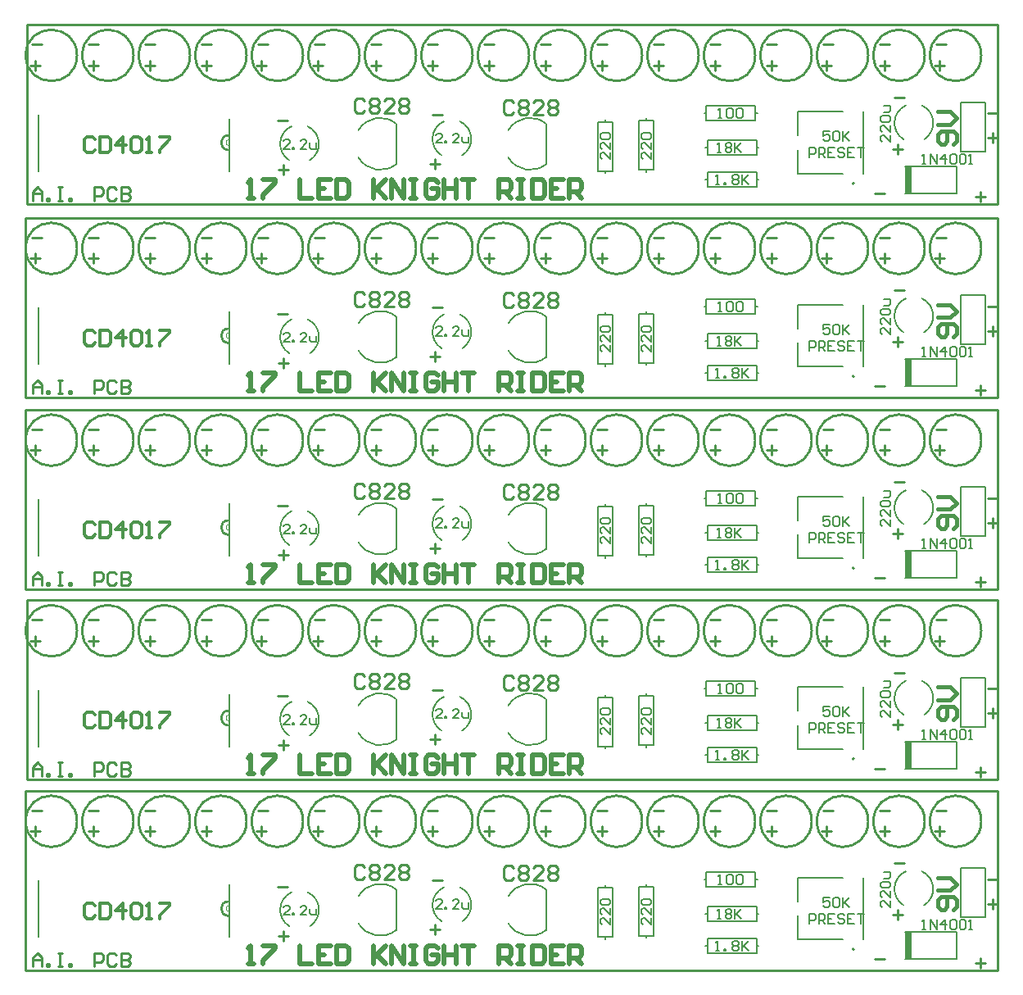
<source format=gto>
G04 Layer_Color=65535*
%FSLAX25Y25*%
%MOIN*%
G70*
G01*
G75*
%ADD23C,0.01000*%
%ADD24C,0.00800*%
%ADD25C,0.00787*%
%ADD26C,0.00000*%
%ADD27C,0.00500*%
%ADD28C,0.00600*%
%ADD29C,0.01968*%
%ADD30C,0.01181*%
%ADD31C,0.01575*%
%ADD32R,0.03150X0.11024*%
D23*
X86000Y30915D02*
G03*
X86000Y25084I0J-2915D01*
G01*
X392433Y63500D02*
G03*
X392433Y63500I-10433J0D01*
G01*
X369433D02*
G03*
X369433Y63500I-10433J0D01*
G01*
X346433D02*
G03*
X346433Y63500I-10433J0D01*
G01*
X323433D02*
G03*
X323433Y63500I-10433J0D01*
G01*
X300433D02*
G03*
X300433Y63500I-10433J0D01*
G01*
X277433D02*
G03*
X277433Y63500I-10433J0D01*
G01*
X254433D02*
G03*
X254433Y63500I-10433J0D01*
G01*
X231433D02*
G03*
X231433Y63500I-10433J0D01*
G01*
X208433D02*
G03*
X208433Y63500I-10433J0D01*
G01*
X185433D02*
G03*
X185433Y63500I-10433J0D01*
G01*
X162433D02*
G03*
X162433Y63500I-10433J0D01*
G01*
X139433D02*
G03*
X139433Y63500I-10433J0D01*
G01*
X116433D02*
G03*
X116433Y63500I-10433J0D01*
G01*
X93433D02*
G03*
X93433Y63500I-10433J0D01*
G01*
X70433D02*
G03*
X70433Y63500I-10433J0D01*
G01*
X47433D02*
G03*
X47433Y63500I-10433J0D01*
G01*
X24433D02*
G03*
X24433Y63500I-10433J0D01*
G01*
Y218500D02*
G03*
X24433Y218500I-10433J0D01*
G01*
X47433D02*
G03*
X47433Y218500I-10433J0D01*
G01*
X70433D02*
G03*
X70433Y218500I-10433J0D01*
G01*
X93433D02*
G03*
X93433Y218500I-10433J0D01*
G01*
X116433D02*
G03*
X116433Y218500I-10433J0D01*
G01*
X139433D02*
G03*
X139433Y218500I-10433J0D01*
G01*
X162433D02*
G03*
X162433Y218500I-10433J0D01*
G01*
X185433D02*
G03*
X185433Y218500I-10433J0D01*
G01*
X208433D02*
G03*
X208433Y218500I-10433J0D01*
G01*
X231433D02*
G03*
X231433Y218500I-10433J0D01*
G01*
X254433D02*
G03*
X254433Y218500I-10433J0D01*
G01*
X277433D02*
G03*
X277433Y218500I-10433J0D01*
G01*
X300433D02*
G03*
X300433Y218500I-10433J0D01*
G01*
X323433D02*
G03*
X323433Y218500I-10433J0D01*
G01*
X346433D02*
G03*
X346433Y218500I-10433J0D01*
G01*
X369433D02*
G03*
X369433Y218500I-10433J0D01*
G01*
X392433D02*
G03*
X392433Y218500I-10433J0D01*
G01*
X24433Y141000D02*
G03*
X24433Y141000I-10433J0D01*
G01*
X47433D02*
G03*
X47433Y141000I-10433J0D01*
G01*
X70433D02*
G03*
X70433Y141000I-10433J0D01*
G01*
X93433D02*
G03*
X93433Y141000I-10433J0D01*
G01*
X116433D02*
G03*
X116433Y141000I-10433J0D01*
G01*
X139433D02*
G03*
X139433Y141000I-10433J0D01*
G01*
X162433D02*
G03*
X162433Y141000I-10433J0D01*
G01*
X185433D02*
G03*
X185433Y141000I-10433J0D01*
G01*
X208433D02*
G03*
X208433Y141000I-10433J0D01*
G01*
X231433D02*
G03*
X231433Y141000I-10433J0D01*
G01*
X254433D02*
G03*
X254433Y141000I-10433J0D01*
G01*
X277433D02*
G03*
X277433Y141000I-10433J0D01*
G01*
X300433D02*
G03*
X300433Y141000I-10433J0D01*
G01*
X323433D02*
G03*
X323433Y141000I-10433J0D01*
G01*
X346433D02*
G03*
X346433Y141000I-10433J0D01*
G01*
X369433D02*
G03*
X369433Y141000I-10433J0D01*
G01*
X392433D02*
G03*
X392433Y141000I-10433J0D01*
G01*
X24433Y296500D02*
G03*
X24433Y296500I-10433J0D01*
G01*
X47433D02*
G03*
X47433Y296500I-10433J0D01*
G01*
X70433D02*
G03*
X70433Y296500I-10433J0D01*
G01*
X93433D02*
G03*
X93433Y296500I-10433J0D01*
G01*
X116433D02*
G03*
X116433Y296500I-10433J0D01*
G01*
X139433D02*
G03*
X139433Y296500I-10433J0D01*
G01*
X162433D02*
G03*
X162433Y296500I-10433J0D01*
G01*
X185433D02*
G03*
X185433Y296500I-10433J0D01*
G01*
X208433D02*
G03*
X208433Y296500I-10433J0D01*
G01*
X231433D02*
G03*
X231433Y296500I-10433J0D01*
G01*
X254433D02*
G03*
X254433Y296500I-10433J0D01*
G01*
X277433D02*
G03*
X277433Y296500I-10433J0D01*
G01*
X300433D02*
G03*
X300433Y296500I-10433J0D01*
G01*
X323433D02*
G03*
X323433Y296500I-10433J0D01*
G01*
X346433D02*
G03*
X346433Y296500I-10433J0D01*
G01*
X369433D02*
G03*
X369433Y296500I-10433J0D01*
G01*
X392433D02*
G03*
X392433Y296500I-10433J0D01*
G01*
X24433Y375000D02*
G03*
X24433Y375000I-10433J0D01*
G01*
X47433D02*
G03*
X47433Y375000I-10433J0D01*
G01*
X70433D02*
G03*
X70433Y375000I-10433J0D01*
G01*
X93433D02*
G03*
X93433Y375000I-10433J0D01*
G01*
X116433D02*
G03*
X116433Y375000I-10433J0D01*
G01*
X139433D02*
G03*
X139433Y375000I-10433J0D01*
G01*
X162433D02*
G03*
X162433Y375000I-10433J0D01*
G01*
X185433D02*
G03*
X185433Y375000I-10433J0D01*
G01*
X208433D02*
G03*
X208433Y375000I-10433J0D01*
G01*
X231433D02*
G03*
X231433Y375000I-10433J0D01*
G01*
X254433D02*
G03*
X254433Y375000I-10433J0D01*
G01*
X277433D02*
G03*
X277433Y375000I-10433J0D01*
G01*
X300433D02*
G03*
X300433Y375000I-10433J0D01*
G01*
X323433D02*
G03*
X323433Y375000I-10433J0D01*
G01*
X346433D02*
G03*
X346433Y375000I-10433J0D01*
G01*
X369433D02*
G03*
X369433Y375000I-10433J0D01*
G01*
X392433D02*
G03*
X392433Y375000I-10433J0D01*
G01*
X86000Y342415D02*
G03*
X86000Y336584I0J-2915D01*
G01*
Y263915D02*
G03*
X86000Y258085I0J-2915D01*
G01*
Y185916D02*
G03*
X86000Y180085I0J-2915D01*
G01*
Y108415D02*
G03*
X86000Y102585I0J-2915D01*
G01*
X3500Y3000D02*
X399000D01*
Y76000D01*
X3500D02*
X399000D01*
X3500Y3000D02*
Y76000D01*
Y158000D02*
Y231000D01*
X399000D01*
X3500Y158000D02*
X399000D01*
X4000Y80500D02*
Y153500D01*
X399000D01*
X4000Y80500D02*
X399000D01*
X3500Y236000D02*
Y309000D01*
X399000D01*
X3500Y236000D02*
X399000D01*
X4000Y314500D02*
Y387500D01*
X399000D01*
X4000Y314500D02*
X399000D01*
Y158000D02*
Y231000D01*
Y80500D02*
Y153500D01*
Y236000D02*
Y309000D01*
Y314500D02*
Y387500D01*
X357000Y46499D02*
X360999D01*
X349000Y7499D02*
X352999D01*
X169000Y39499D02*
X172999D01*
X106000Y36999D02*
X109999D01*
X390000Y5999D02*
X393999D01*
X391999Y7998D02*
Y4000D01*
X356500Y25499D02*
X360499D01*
X358499Y27498D02*
Y23500D01*
X168000Y19499D02*
X171999D01*
X169999Y21498D02*
Y17500D01*
X106500Y16999D02*
X110499D01*
X108499Y18998D02*
Y15000D01*
X395000Y39999D02*
X398999D01*
X395000Y29999D02*
X398999D01*
X396999Y31998D02*
Y28000D01*
X201999Y44498D02*
X200999Y45498D01*
X199000D01*
X198000Y44498D01*
Y40500D01*
X199000Y39500D01*
X200999D01*
X201999Y40500D01*
X203998Y44498D02*
X204998Y45498D01*
X206997D01*
X207997Y44498D01*
Y43499D01*
X206997Y42499D01*
X207997Y41499D01*
Y40500D01*
X206997Y39500D01*
X204998D01*
X203998Y40500D01*
Y41499D01*
X204998Y42499D01*
X203998Y43499D01*
Y44498D01*
X204998Y42499D02*
X206997D01*
X213995Y39500D02*
X209996D01*
X213995Y43499D01*
Y44498D01*
X212995Y45498D01*
X210996D01*
X209996Y44498D01*
X215994D02*
X216994Y45498D01*
X218993D01*
X219993Y44498D01*
Y43499D01*
X218993Y42499D01*
X219993Y41499D01*
Y40500D01*
X218993Y39500D01*
X216994D01*
X215994Y40500D01*
Y41499D01*
X216994Y42499D01*
X215994Y43499D01*
Y44498D01*
X216994Y42499D02*
X218993D01*
X374000Y67999D02*
X377999D01*
X351000D02*
X354999D01*
X328000D02*
X331999D01*
X305000D02*
X308999D01*
X282000D02*
X285999D01*
X259000D02*
X262999D01*
X236000D02*
X239999D01*
X213000D02*
X216999D01*
X190000D02*
X193999D01*
X167000D02*
X170999D01*
X144000D02*
X147999D01*
X121000D02*
X124999D01*
X98000D02*
X101999D01*
X75000D02*
X78999D01*
X52000D02*
X55999D01*
X29000D02*
X32999D01*
X6000D02*
X9999D01*
X373500Y59499D02*
X377499D01*
X375499Y61498D02*
Y57500D01*
X351000Y59499D02*
X354999D01*
X352999Y61498D02*
Y57500D01*
X327500Y59499D02*
X331499D01*
X329499Y61498D02*
Y57500D01*
X305000Y59499D02*
X308999D01*
X306999Y61498D02*
Y57500D01*
X282000Y59499D02*
X285999D01*
X283999Y61498D02*
Y57500D01*
X259000Y59499D02*
X262999D01*
X260999Y61498D02*
Y57500D01*
X236000Y59499D02*
X239999D01*
X237999Y61498D02*
Y57500D01*
X213000Y59499D02*
X216999D01*
X214999Y61498D02*
Y57500D01*
X190000Y59499D02*
X193999D01*
X191999Y61498D02*
Y57500D01*
X167000Y59499D02*
X170999D01*
X168999Y61498D02*
Y57500D01*
X144000Y59499D02*
X147999D01*
X145999Y61498D02*
Y57500D01*
X120500Y59499D02*
X124499D01*
X122499Y61498D02*
Y57500D01*
X97500Y59499D02*
X101499D01*
X99499Y61498D02*
Y57500D01*
X75000Y59499D02*
X78999D01*
X76999Y61498D02*
Y57500D01*
X52000Y59499D02*
X55999D01*
X53999Y61498D02*
Y57500D01*
X29000Y59499D02*
X32999D01*
X30999Y61498D02*
Y57500D01*
X5500Y59499D02*
X9499D01*
X7499Y61498D02*
Y57500D01*
X141499Y44998D02*
X140499Y45998D01*
X138500D01*
X137500Y44998D01*
Y41000D01*
X138500Y40000D01*
X140499D01*
X141499Y41000D01*
X143498Y44998D02*
X144498Y45998D01*
X146497D01*
X147497Y44998D01*
Y43999D01*
X146497Y42999D01*
X147497Y41999D01*
Y41000D01*
X146497Y40000D01*
X144498D01*
X143498Y41000D01*
Y41999D01*
X144498Y42999D01*
X143498Y43999D01*
Y44998D01*
X144498Y42999D02*
X146497D01*
X153495Y40000D02*
X149496D01*
X153495Y43999D01*
Y44998D01*
X152495Y45998D01*
X150496D01*
X149496Y44998D01*
X155494D02*
X156494Y45998D01*
X158493D01*
X159493Y44998D01*
Y43999D01*
X158493Y42999D01*
X159493Y41999D01*
Y41000D01*
X158493Y40000D01*
X156494D01*
X155494Y41000D01*
Y41999D01*
X156494Y42999D01*
X155494Y43999D01*
Y44998D01*
X156494Y42999D02*
X158493D01*
X6500Y4500D02*
Y8173D01*
X8337Y10010D01*
X10173Y8173D01*
Y4500D01*
Y7255D01*
X6500D01*
X12010Y4500D02*
Y5418D01*
X12928D01*
Y4500D01*
X12010D01*
X16602Y10010D02*
X18438D01*
X17520D01*
Y4500D01*
X16602D01*
X18438D01*
X21193D02*
Y5418D01*
X22112D01*
Y4500D01*
X21193D01*
X31295D02*
Y10010D01*
X34050D01*
X34969Y9092D01*
Y7255D01*
X34050Y6337D01*
X31295D01*
X40479Y9092D02*
X39560Y10010D01*
X37723D01*
X36805Y9092D01*
Y5418D01*
X37723Y4500D01*
X39560D01*
X40479Y5418D01*
X42315Y10010D02*
Y4500D01*
X45070D01*
X45989Y5418D01*
Y6337D01*
X45070Y7255D01*
X42315D01*
X45070D01*
X45989Y8173D01*
Y9092D01*
X45070Y10010D01*
X42315D01*
X6500Y159500D02*
Y163173D01*
X8337Y165010D01*
X10173Y163173D01*
Y159500D01*
Y162255D01*
X6500D01*
X12010Y159500D02*
Y160418D01*
X12928D01*
Y159500D01*
X12010D01*
X16602Y165010D02*
X18438D01*
X17520D01*
Y159500D01*
X16602D01*
X18438D01*
X21193D02*
Y160418D01*
X22112D01*
Y159500D01*
X21193D01*
X31295D02*
Y165010D01*
X34050D01*
X34969Y164092D01*
Y162255D01*
X34050Y161337D01*
X31295D01*
X40479Y164092D02*
X39560Y165010D01*
X37723D01*
X36805Y164092D01*
Y160418D01*
X37723Y159500D01*
X39560D01*
X40479Y160418D01*
X42315Y165010D02*
Y159500D01*
X45070D01*
X45989Y160418D01*
Y161337D01*
X45070Y162255D01*
X42315D01*
X45070D01*
X45989Y163173D01*
Y164092D01*
X45070Y165010D01*
X42315D01*
X141499Y199998D02*
X140499Y200998D01*
X138500D01*
X137500Y199998D01*
Y196000D01*
X138500Y195000D01*
X140499D01*
X141499Y196000D01*
X143498Y199998D02*
X144498Y200998D01*
X146497D01*
X147497Y199998D01*
Y198999D01*
X146497Y197999D01*
X147497Y196999D01*
Y196000D01*
X146497Y195000D01*
X144498D01*
X143498Y196000D01*
Y196999D01*
X144498Y197999D01*
X143498Y198999D01*
Y199998D01*
X144498Y197999D02*
X146497D01*
X153495Y195000D02*
X149496D01*
X153495Y198999D01*
Y199998D01*
X152495Y200998D01*
X150496D01*
X149496Y199998D01*
X155494D02*
X156494Y200998D01*
X158493D01*
X159493Y199998D01*
Y198999D01*
X158493Y197999D01*
X159493Y196999D01*
Y196000D01*
X158493Y195000D01*
X156494D01*
X155494Y196000D01*
Y196999D01*
X156494Y197999D01*
X155494Y198999D01*
Y199998D01*
X156494Y197999D02*
X158493D01*
X5500Y214499D02*
X9499D01*
X7499Y216498D02*
Y212500D01*
X29000Y214499D02*
X32999D01*
X30999Y216498D02*
Y212500D01*
X52000Y214499D02*
X55999D01*
X53999Y216498D02*
Y212500D01*
X75000Y214499D02*
X78999D01*
X76999Y216498D02*
Y212500D01*
X97500Y214499D02*
X101499D01*
X99499Y216498D02*
Y212500D01*
X120500Y214499D02*
X124499D01*
X122499Y216498D02*
Y212500D01*
X144000Y214499D02*
X147999D01*
X145999Y216498D02*
Y212500D01*
X167000Y214499D02*
X170999D01*
X168999Y216498D02*
Y212500D01*
X190000Y214499D02*
X193999D01*
X191999Y216498D02*
Y212500D01*
X213000Y214499D02*
X216999D01*
X214999Y216498D02*
Y212500D01*
X236000Y214499D02*
X239999D01*
X237999Y216498D02*
Y212500D01*
X259000Y214499D02*
X262999D01*
X260999Y216498D02*
Y212500D01*
X282000Y214499D02*
X285999D01*
X283999Y216498D02*
Y212500D01*
X305000Y214499D02*
X308999D01*
X306999Y216498D02*
Y212500D01*
X327500Y214499D02*
X331499D01*
X329499Y216498D02*
Y212500D01*
X351000Y214499D02*
X354999D01*
X352999Y216498D02*
Y212500D01*
X373500Y214499D02*
X377499D01*
X375499Y216498D02*
Y212500D01*
X6000Y222999D02*
X9999D01*
X29000D02*
X32999D01*
X52000D02*
X55999D01*
X75000D02*
X78999D01*
X98000D02*
X101999D01*
X121000D02*
X124999D01*
X144000D02*
X147999D01*
X167000D02*
X170999D01*
X190000D02*
X193999D01*
X213000D02*
X216999D01*
X236000D02*
X239999D01*
X259000D02*
X262999D01*
X282000D02*
X285999D01*
X305000D02*
X308999D01*
X328000D02*
X331999D01*
X351000D02*
X354999D01*
X374000D02*
X377999D01*
X201999Y199498D02*
X200999Y200498D01*
X199000D01*
X198000Y199498D01*
Y195500D01*
X199000Y194500D01*
X200999D01*
X201999Y195500D01*
X203998Y199498D02*
X204998Y200498D01*
X206997D01*
X207997Y199498D01*
Y198499D01*
X206997Y197499D01*
X207997Y196499D01*
Y195500D01*
X206997Y194500D01*
X204998D01*
X203998Y195500D01*
Y196499D01*
X204998Y197499D01*
X203998Y198499D01*
Y199498D01*
X204998Y197499D02*
X206997D01*
X213995Y194500D02*
X209996D01*
X213995Y198499D01*
Y199498D01*
X212995Y200498D01*
X210996D01*
X209996Y199498D01*
X215994D02*
X216994Y200498D01*
X218993D01*
X219993Y199498D01*
Y198499D01*
X218993Y197499D01*
X219993Y196499D01*
Y195500D01*
X218993Y194500D01*
X216994D01*
X215994Y195500D01*
Y196499D01*
X216994Y197499D01*
X215994Y198499D01*
Y199498D01*
X216994Y197499D02*
X218993D01*
X395000Y184999D02*
X398999D01*
X396999Y186998D02*
Y183000D01*
X395000Y194999D02*
X398999D01*
X106500Y171999D02*
X110499D01*
X108499Y173998D02*
Y170000D01*
X168000Y174499D02*
X171999D01*
X169999Y176498D02*
Y172500D01*
X356500Y180499D02*
X360499D01*
X358499Y182498D02*
Y178500D01*
X390000Y160999D02*
X393999D01*
X391999Y162998D02*
Y159000D01*
X106000Y191999D02*
X109999D01*
X169000Y194499D02*
X172999D01*
X349000Y162499D02*
X352999D01*
X357000Y201499D02*
X360999D01*
X6500Y82000D02*
Y85673D01*
X8337Y87510D01*
X10173Y85673D01*
Y82000D01*
Y84755D01*
X6500D01*
X12010Y82000D02*
Y82918D01*
X12928D01*
Y82000D01*
X12010D01*
X16602Y87510D02*
X18438D01*
X17520D01*
Y82000D01*
X16602D01*
X18438D01*
X21193D02*
Y82918D01*
X22112D01*
Y82000D01*
X21193D01*
X31295D02*
Y87510D01*
X34050D01*
X34969Y86592D01*
Y84755D01*
X34050Y83837D01*
X31295D01*
X40479Y86592D02*
X39560Y87510D01*
X37723D01*
X36805Y86592D01*
Y82918D01*
X37723Y82000D01*
X39560D01*
X40479Y82918D01*
X42315Y87510D02*
Y82000D01*
X45070D01*
X45989Y82918D01*
Y83837D01*
X45070Y84755D01*
X42315D01*
X45070D01*
X45989Y85673D01*
Y86592D01*
X45070Y87510D01*
X42315D01*
X141499Y122498D02*
X140499Y123498D01*
X138500D01*
X137500Y122498D01*
Y118500D01*
X138500Y117500D01*
X140499D01*
X141499Y118500D01*
X143498Y122498D02*
X144498Y123498D01*
X146497D01*
X147497Y122498D01*
Y121499D01*
X146497Y120499D01*
X147497Y119499D01*
Y118500D01*
X146497Y117500D01*
X144498D01*
X143498Y118500D01*
Y119499D01*
X144498Y120499D01*
X143498Y121499D01*
Y122498D01*
X144498Y120499D02*
X146497D01*
X153495Y117500D02*
X149496D01*
X153495Y121499D01*
Y122498D01*
X152495Y123498D01*
X150496D01*
X149496Y122498D01*
X155494D02*
X156494Y123498D01*
X158493D01*
X159493Y122498D01*
Y121499D01*
X158493Y120499D01*
X159493Y119499D01*
Y118500D01*
X158493Y117500D01*
X156494D01*
X155494Y118500D01*
Y119499D01*
X156494Y120499D01*
X155494Y121499D01*
Y122498D01*
X156494Y120499D02*
X158493D01*
X5500Y136999D02*
X9499D01*
X7499Y138998D02*
Y135000D01*
X29000Y136999D02*
X32999D01*
X30999Y138998D02*
Y135000D01*
X52000Y136999D02*
X55999D01*
X53999Y138998D02*
Y135000D01*
X75000Y136999D02*
X78999D01*
X76999Y138998D02*
Y135000D01*
X97500Y136999D02*
X101499D01*
X99499Y138998D02*
Y135000D01*
X120500Y136999D02*
X124499D01*
X122499Y138998D02*
Y135000D01*
X144000Y136999D02*
X147999D01*
X145999Y138998D02*
Y135000D01*
X167000Y136999D02*
X170999D01*
X168999Y138998D02*
Y135000D01*
X190000Y136999D02*
X193999D01*
X191999Y138998D02*
Y135000D01*
X213000Y136999D02*
X216999D01*
X214999Y138998D02*
Y135000D01*
X236000Y136999D02*
X239999D01*
X237999Y138998D02*
Y135000D01*
X259000Y136999D02*
X262999D01*
X260999Y138998D02*
Y135000D01*
X282000Y136999D02*
X285999D01*
X283999Y138998D02*
Y135000D01*
X305000Y136999D02*
X308999D01*
X306999Y138998D02*
Y135000D01*
X327500Y136999D02*
X331499D01*
X329499Y138998D02*
Y135000D01*
X351000Y136999D02*
X354999D01*
X352999Y138998D02*
Y135000D01*
X373500Y136999D02*
X377499D01*
X375499Y138998D02*
Y135000D01*
X6000Y145499D02*
X9999D01*
X29000D02*
X32999D01*
X52000D02*
X55999D01*
X75000D02*
X78999D01*
X98000D02*
X101999D01*
X121000D02*
X124999D01*
X144000D02*
X147999D01*
X167000D02*
X170999D01*
X190000D02*
X193999D01*
X213000D02*
X216999D01*
X236000D02*
X239999D01*
X259000D02*
X262999D01*
X282000D02*
X285999D01*
X305000D02*
X308999D01*
X328000D02*
X331999D01*
X351000D02*
X354999D01*
X374000D02*
X377999D01*
X201999Y121998D02*
X200999Y122998D01*
X199000D01*
X198000Y121998D01*
Y118000D01*
X199000Y117000D01*
X200999D01*
X201999Y118000D01*
X203998Y121998D02*
X204998Y122998D01*
X206997D01*
X207997Y121998D01*
Y120999D01*
X206997Y119999D01*
X207997Y118999D01*
Y118000D01*
X206997Y117000D01*
X204998D01*
X203998Y118000D01*
Y118999D01*
X204998Y119999D01*
X203998Y120999D01*
Y121998D01*
X204998Y119999D02*
X206997D01*
X213995Y117000D02*
X209996D01*
X213995Y120999D01*
Y121998D01*
X212995Y122998D01*
X210996D01*
X209996Y121998D01*
X215994D02*
X216994Y122998D01*
X218993D01*
X219993Y121998D01*
Y120999D01*
X218993Y119999D01*
X219993Y118999D01*
Y118000D01*
X218993Y117000D01*
X216994D01*
X215994Y118000D01*
Y118999D01*
X216994Y119999D01*
X215994Y120999D01*
Y121998D01*
X216994Y119999D02*
X218993D01*
X395000Y107499D02*
X398999D01*
X396999Y109498D02*
Y105500D01*
X395000Y117499D02*
X398999D01*
X106500Y94499D02*
X110499D01*
X108499Y96498D02*
Y92500D01*
X168000Y96999D02*
X171999D01*
X169999Y98998D02*
Y95000D01*
X356500Y102999D02*
X360499D01*
X358499Y104998D02*
Y101000D01*
X390000Y83499D02*
X393999D01*
X391999Y85498D02*
Y81500D01*
X106000Y114499D02*
X109999D01*
X169000Y116999D02*
X172999D01*
X349000Y84999D02*
X352999D01*
X357000Y123999D02*
X360999D01*
X6500Y237500D02*
Y241173D01*
X8337Y243010D01*
X10173Y241173D01*
Y237500D01*
Y240255D01*
X6500D01*
X12010Y237500D02*
Y238418D01*
X12928D01*
Y237500D01*
X12010D01*
X16602Y243010D02*
X18438D01*
X17520D01*
Y237500D01*
X16602D01*
X18438D01*
X21193D02*
Y238418D01*
X22112D01*
Y237500D01*
X21193D01*
X31295D02*
Y243010D01*
X34050D01*
X34969Y242092D01*
Y240255D01*
X34050Y239337D01*
X31295D01*
X40479Y242092D02*
X39560Y243010D01*
X37723D01*
X36805Y242092D01*
Y238418D01*
X37723Y237500D01*
X39560D01*
X40479Y238418D01*
X42315Y243010D02*
Y237500D01*
X45070D01*
X45989Y238418D01*
Y239337D01*
X45070Y240255D01*
X42315D01*
X45070D01*
X45989Y241173D01*
Y242092D01*
X45070Y243010D01*
X42315D01*
X141499Y277998D02*
X140499Y278998D01*
X138500D01*
X137500Y277998D01*
Y274000D01*
X138500Y273000D01*
X140499D01*
X141499Y274000D01*
X143498Y277998D02*
X144498Y278998D01*
X146497D01*
X147497Y277998D01*
Y276999D01*
X146497Y275999D01*
X147497Y274999D01*
Y274000D01*
X146497Y273000D01*
X144498D01*
X143498Y274000D01*
Y274999D01*
X144498Y275999D01*
X143498Y276999D01*
Y277998D01*
X144498Y275999D02*
X146497D01*
X153495Y273000D02*
X149496D01*
X153495Y276999D01*
Y277998D01*
X152495Y278998D01*
X150496D01*
X149496Y277998D01*
X155494D02*
X156494Y278998D01*
X158493D01*
X159493Y277998D01*
Y276999D01*
X158493Y275999D01*
X159493Y274999D01*
Y274000D01*
X158493Y273000D01*
X156494D01*
X155494Y274000D01*
Y274999D01*
X156494Y275999D01*
X155494Y276999D01*
Y277998D01*
X156494Y275999D02*
X158493D01*
X5500Y292499D02*
X9499D01*
X7499Y294498D02*
Y290500D01*
X29000Y292499D02*
X32999D01*
X30999Y294498D02*
Y290500D01*
X52000Y292499D02*
X55999D01*
X53999Y294498D02*
Y290500D01*
X75000Y292499D02*
X78999D01*
X76999Y294498D02*
Y290500D01*
X97500Y292499D02*
X101499D01*
X99499Y294498D02*
Y290500D01*
X120500Y292499D02*
X124499D01*
X122499Y294498D02*
Y290500D01*
X144000Y292499D02*
X147999D01*
X145999Y294498D02*
Y290500D01*
X167000Y292499D02*
X170999D01*
X168999Y294498D02*
Y290500D01*
X190000Y292499D02*
X193999D01*
X191999Y294498D02*
Y290500D01*
X213000Y292499D02*
X216999D01*
X214999Y294498D02*
Y290500D01*
X236000Y292499D02*
X239999D01*
X237999Y294498D02*
Y290500D01*
X259000Y292499D02*
X262999D01*
X260999Y294498D02*
Y290500D01*
X282000Y292499D02*
X285999D01*
X283999Y294498D02*
Y290500D01*
X305000Y292499D02*
X308999D01*
X306999Y294498D02*
Y290500D01*
X327500Y292499D02*
X331499D01*
X329499Y294498D02*
Y290500D01*
X351000Y292499D02*
X354999D01*
X352999Y294498D02*
Y290500D01*
X373500Y292499D02*
X377499D01*
X375499Y294498D02*
Y290500D01*
X6000Y300999D02*
X9999D01*
X29000D02*
X32999D01*
X52000D02*
X55999D01*
X75000D02*
X78999D01*
X98000D02*
X101999D01*
X121000D02*
X124999D01*
X144000D02*
X147999D01*
X167000D02*
X170999D01*
X190000D02*
X193999D01*
X213000D02*
X216999D01*
X236000D02*
X239999D01*
X259000D02*
X262999D01*
X282000D02*
X285999D01*
X305000D02*
X308999D01*
X328000D02*
X331999D01*
X351000D02*
X354999D01*
X374000D02*
X377999D01*
X201999Y277498D02*
X200999Y278498D01*
X199000D01*
X198000Y277498D01*
Y273500D01*
X199000Y272500D01*
X200999D01*
X201999Y273500D01*
X203998Y277498D02*
X204998Y278498D01*
X206997D01*
X207997Y277498D01*
Y276499D01*
X206997Y275499D01*
X207997Y274499D01*
Y273500D01*
X206997Y272500D01*
X204998D01*
X203998Y273500D01*
Y274499D01*
X204998Y275499D01*
X203998Y276499D01*
Y277498D01*
X204998Y275499D02*
X206997D01*
X213995Y272500D02*
X209996D01*
X213995Y276499D01*
Y277498D01*
X212995Y278498D01*
X210996D01*
X209996Y277498D01*
X215994D02*
X216994Y278498D01*
X218993D01*
X219993Y277498D01*
Y276499D01*
X218993Y275499D01*
X219993Y274499D01*
Y273500D01*
X218993Y272500D01*
X216994D01*
X215994Y273500D01*
Y274499D01*
X216994Y275499D01*
X215994Y276499D01*
Y277498D01*
X216994Y275499D02*
X218993D01*
X395000Y262999D02*
X398999D01*
X396999Y264998D02*
Y261000D01*
X395000Y272999D02*
X398999D01*
X106500Y249999D02*
X110499D01*
X108499Y251998D02*
Y248000D01*
X168000Y252499D02*
X171999D01*
X169999Y254498D02*
Y250500D01*
X356500Y258499D02*
X360499D01*
X358499Y260498D02*
Y256500D01*
X390000Y238999D02*
X393999D01*
X391999Y240998D02*
Y237000D01*
X106000Y269999D02*
X109999D01*
X169000Y272499D02*
X172999D01*
X349000Y240499D02*
X352999D01*
X357000Y279499D02*
X360999D01*
X6500Y316000D02*
Y319673D01*
X8337Y321510D01*
X10173Y319673D01*
Y316000D01*
Y318755D01*
X6500D01*
X12010Y316000D02*
Y316918D01*
X12928D01*
Y316000D01*
X12010D01*
X16602Y321510D02*
X18438D01*
X17520D01*
Y316000D01*
X16602D01*
X18438D01*
X21193D02*
Y316918D01*
X22112D01*
Y316000D01*
X21193D01*
X31295D02*
Y321510D01*
X34050D01*
X34969Y320592D01*
Y318755D01*
X34050Y317837D01*
X31295D01*
X40479Y320592D02*
X39560Y321510D01*
X37723D01*
X36805Y320592D01*
Y316918D01*
X37723Y316000D01*
X39560D01*
X40479Y316918D01*
X42315Y321510D02*
Y316000D01*
X45070D01*
X45989Y316918D01*
Y317837D01*
X45070Y318755D01*
X42315D01*
X45070D01*
X45989Y319673D01*
Y320592D01*
X45070Y321510D01*
X42315D01*
X141499Y356498D02*
X140499Y357498D01*
X138500D01*
X137500Y356498D01*
Y352500D01*
X138500Y351500D01*
X140499D01*
X141499Y352500D01*
X143498Y356498D02*
X144498Y357498D01*
X146497D01*
X147497Y356498D01*
Y355499D01*
X146497Y354499D01*
X147497Y353499D01*
Y352500D01*
X146497Y351500D01*
X144498D01*
X143498Y352500D01*
Y353499D01*
X144498Y354499D01*
X143498Y355499D01*
Y356498D01*
X144498Y354499D02*
X146497D01*
X153495Y351500D02*
X149496D01*
X153495Y355499D01*
Y356498D01*
X152495Y357498D01*
X150496D01*
X149496Y356498D01*
X155494D02*
X156494Y357498D01*
X158493D01*
X159493Y356498D01*
Y355499D01*
X158493Y354499D01*
X159493Y353499D01*
Y352500D01*
X158493Y351500D01*
X156494D01*
X155494Y352500D01*
Y353499D01*
X156494Y354499D01*
X155494Y355499D01*
Y356498D01*
X156494Y354499D02*
X158493D01*
X5500Y370999D02*
X9499D01*
X7499Y372998D02*
Y369000D01*
X29000Y370999D02*
X32999D01*
X30999Y372998D02*
Y369000D01*
X52000Y370999D02*
X55999D01*
X53999Y372998D02*
Y369000D01*
X75000Y370999D02*
X78999D01*
X76999Y372998D02*
Y369000D01*
X97500Y370999D02*
X101499D01*
X99499Y372998D02*
Y369000D01*
X120500Y370999D02*
X124499D01*
X122499Y372998D02*
Y369000D01*
X144000Y370999D02*
X147999D01*
X145999Y372998D02*
Y369000D01*
X167000Y370999D02*
X170999D01*
X168999Y372998D02*
Y369000D01*
X190000Y370999D02*
X193999D01*
X191999Y372998D02*
Y369000D01*
X213000Y370999D02*
X216999D01*
X214999Y372998D02*
Y369000D01*
X236000Y370999D02*
X239999D01*
X237999Y372998D02*
Y369000D01*
X259000Y370999D02*
X262999D01*
X260999Y372998D02*
Y369000D01*
X282000Y370999D02*
X285999D01*
X283999Y372998D02*
Y369000D01*
X305000Y370999D02*
X308999D01*
X306999Y372998D02*
Y369000D01*
X327500Y370999D02*
X331499D01*
X329499Y372998D02*
Y369000D01*
X351000Y370999D02*
X354999D01*
X352999Y372998D02*
Y369000D01*
X373500Y370999D02*
X377499D01*
X375499Y372998D02*
Y369000D01*
X6000Y379499D02*
X9999D01*
X29000D02*
X32999D01*
X52000D02*
X55999D01*
X75000D02*
X78999D01*
X98000D02*
X101999D01*
X121000D02*
X124999D01*
X144000D02*
X147999D01*
X167000D02*
X170999D01*
X190000D02*
X193999D01*
X213000D02*
X216999D01*
X236000D02*
X239999D01*
X259000D02*
X262999D01*
X282000D02*
X285999D01*
X305000D02*
X308999D01*
X328000D02*
X331999D01*
X351000D02*
X354999D01*
X374000D02*
X377999D01*
X201999Y355998D02*
X200999Y356998D01*
X199000D01*
X198000Y355998D01*
Y352000D01*
X199000Y351000D01*
X200999D01*
X201999Y352000D01*
X203998Y355998D02*
X204998Y356998D01*
X206997D01*
X207997Y355998D01*
Y354999D01*
X206997Y353999D01*
X207997Y352999D01*
Y352000D01*
X206997Y351000D01*
X204998D01*
X203998Y352000D01*
Y352999D01*
X204998Y353999D01*
X203998Y354999D01*
Y355998D01*
X204998Y353999D02*
X206997D01*
X213995Y351000D02*
X209996D01*
X213995Y354999D01*
Y355998D01*
X212995Y356998D01*
X210996D01*
X209996Y355998D01*
X215994D02*
X216994Y356998D01*
X218993D01*
X219993Y355998D01*
Y354999D01*
X218993Y353999D01*
X219993Y352999D01*
Y352000D01*
X218993Y351000D01*
X216994D01*
X215994Y352000D01*
Y352999D01*
X216994Y353999D01*
X215994Y354999D01*
Y355998D01*
X216994Y353999D02*
X218993D01*
X395000Y341499D02*
X398999D01*
X396999Y343498D02*
Y339500D01*
X395000Y351499D02*
X398999D01*
X106500Y328499D02*
X110499D01*
X108499Y330498D02*
Y326500D01*
X168000Y330999D02*
X171999D01*
X169999Y332998D02*
Y329000D01*
X356500Y336999D02*
X360499D01*
X358499Y338998D02*
Y335000D01*
X390000Y317499D02*
X393999D01*
X391999Y319498D02*
Y315500D01*
X106000Y348499D02*
X109999D01*
X169000Y350999D02*
X172999D01*
X349000Y318999D02*
X352999D01*
X357000Y357999D02*
X360999D01*
D24*
X199964Y21957D02*
G03*
X215320Y19249I8855J5321D01*
G01*
X215337Y35736D02*
G03*
X199952Y33023I-6555J-7811D01*
G01*
X138964Y21957D02*
G03*
X154320Y19249I8855J5321D01*
G01*
X154337Y35736D02*
G03*
X138952Y33023I-6555J-7811D01*
G01*
X138964Y176957D02*
G03*
X154320Y174249I8855J5321D01*
G01*
X154337Y190736D02*
G03*
X138952Y188023I-6555J-7811D01*
G01*
X199964Y176957D02*
G03*
X215320Y174249I8855J5321D01*
G01*
X215337Y190736D02*
G03*
X199952Y188023I-6555J-7811D01*
G01*
X138964Y99457D02*
G03*
X154320Y96749I8855J5321D01*
G01*
X154337Y113236D02*
G03*
X138952Y110523I-6555J-7811D01*
G01*
X199964Y99457D02*
G03*
X215320Y96749I8855J5321D01*
G01*
X215337Y113236D02*
G03*
X199952Y110523I-6555J-7811D01*
G01*
X138964Y254957D02*
G03*
X154320Y252249I8855J5321D01*
G01*
X154337Y268736D02*
G03*
X138952Y266023I-6555J-7811D01*
G01*
X199964Y254957D02*
G03*
X215320Y252249I8855J5321D01*
G01*
X215337Y268736D02*
G03*
X199952Y266023I-6555J-7811D01*
G01*
X138964Y333457D02*
G03*
X154320Y330749I8855J5321D01*
G01*
X154337Y347236D02*
G03*
X138952Y344523I-6555J-7811D01*
G01*
X199964Y333457D02*
G03*
X215320Y330749I8855J5321D01*
G01*
X215337Y347236D02*
G03*
X199952Y344523I-6555J-7811D01*
G01*
X215299Y19232D02*
Y35768D01*
X154299Y19232D02*
Y35768D01*
Y174232D02*
Y190768D01*
X215299Y174232D02*
Y190768D01*
X154299Y96732D02*
Y113268D01*
X215299Y96732D02*
Y113268D01*
X154299Y252232D02*
Y268768D01*
X215299Y252232D02*
Y268768D01*
X154299Y330732D02*
Y347268D01*
X215299Y330732D02*
Y347268D01*
D25*
X340736Y11465D02*
G03*
X340736Y11465I-394J0D01*
G01*
X111726Y34661D02*
G03*
X110768Y20860I3274J-7161D01*
G01*
X119232D02*
G03*
X118274Y34661I-4232J6640D01*
G01*
X173726Y36661D02*
G03*
X172768Y22860I3274J-7161D01*
G01*
X181232D02*
G03*
X180274Y36661I-4232J6640D01*
G01*
X361726Y43161D02*
G03*
X360768Y29360I3274J-7161D01*
G01*
X369232D02*
G03*
X368274Y43161I-4232J6640D01*
G01*
X173726Y191661D02*
G03*
X172768Y177860I3274J-7161D01*
G01*
X181232D02*
G03*
X180274Y191661I-4232J6640D01*
G01*
X111726Y189661D02*
G03*
X110768Y175860I3274J-7161D01*
G01*
X119232D02*
G03*
X118274Y189661I-4232J6640D01*
G01*
X340736Y166465D02*
G03*
X340736Y166465I-394J0D01*
G01*
X361726Y198161D02*
G03*
X360768Y184360I3274J-7161D01*
G01*
X369232D02*
G03*
X368274Y198161I-4232J6640D01*
G01*
X173726Y114161D02*
G03*
X172768Y100360I3274J-7161D01*
G01*
X181232D02*
G03*
X180274Y114161I-4232J6640D01*
G01*
X111726Y112161D02*
G03*
X110768Y98360I3274J-7161D01*
G01*
X119232D02*
G03*
X118274Y112161I-4232J6640D01*
G01*
X340736Y88965D02*
G03*
X340736Y88965I-394J0D01*
G01*
X361726Y120661D02*
G03*
X360768Y106860I3274J-7161D01*
G01*
X369232D02*
G03*
X368274Y120661I-4232J6640D01*
G01*
X173726Y269661D02*
G03*
X172768Y255860I3274J-7161D01*
G01*
X181232D02*
G03*
X180274Y269661I-4232J6640D01*
G01*
X111726Y267661D02*
G03*
X110768Y253860I3274J-7161D01*
G01*
X119232D02*
G03*
X118274Y267661I-4232J6640D01*
G01*
X340736Y244465D02*
G03*
X340736Y244465I-394J0D01*
G01*
X361726Y276161D02*
G03*
X360768Y262360I3274J-7161D01*
G01*
X369232D02*
G03*
X368274Y276161I-4232J6640D01*
G01*
X173726Y348161D02*
G03*
X172768Y334360I3274J-7161D01*
G01*
X181232D02*
G03*
X180274Y348161I-4232J6640D01*
G01*
X111726Y346161D02*
G03*
X110768Y332360I3274J-7161D01*
G01*
X119232D02*
G03*
X118274Y346161I-4232J6640D01*
G01*
X340736Y322965D02*
G03*
X340736Y322965I-394J0D01*
G01*
X361726Y354661D02*
G03*
X360768Y340860I3274J-7161D01*
G01*
X369232D02*
G03*
X368274Y354661I-4232J6640D01*
G01*
X253000Y37000D02*
X256000D01*
X253000Y17000D02*
Y37000D01*
Y17000D02*
X259000D01*
Y37000D01*
X256000D02*
X259000D01*
X256000Y16100D02*
Y17000D01*
Y37000D02*
Y37900D01*
X239500Y16500D02*
X242500D01*
Y36500D01*
X236500D02*
X242500D01*
X236500Y16500D02*
Y36500D01*
Y16500D02*
X239500D01*
Y36500D02*
Y37400D01*
Y15600D02*
Y16500D01*
X281000Y23000D02*
Y26000D01*
Y23000D02*
X301000D01*
Y29000D01*
X281000D02*
X301000D01*
X281000Y26000D02*
Y29000D01*
X301000Y26000D02*
X301900D01*
X280100D02*
X281000D01*
X382433Y7488D02*
Y18512D01*
X361567Y7488D02*
X382433D01*
X361567Y18512D02*
X382433D01*
X301000Y13000D02*
Y16000D01*
X281000D02*
X301000D01*
X281000Y10000D02*
Y16000D01*
Y10000D02*
X301000D01*
Y13000D01*
X280100D02*
X281000D01*
X301000D02*
X301900D01*
X300500Y40000D02*
Y43000D01*
X280500D02*
X300500D01*
X280500Y37000D02*
Y43000D01*
Y37000D02*
X300500D01*
Y40000D01*
X279600D02*
X280500D01*
X300500D02*
X301400D01*
X384000Y44500D02*
X394000D01*
Y24500D02*
Y44500D01*
X384000Y24500D02*
X394000D01*
X384000D02*
Y44500D01*
X301000Y168000D02*
Y171000D01*
X281000D02*
X301000D01*
X281000Y165000D02*
Y171000D01*
Y165000D02*
X301000D01*
Y168000D01*
X280100D02*
X281000D01*
X301000D02*
X301900D01*
X382433Y162488D02*
Y173512D01*
X361567Y162488D02*
X382433D01*
X361567Y173512D02*
X382433D01*
X281000Y178000D02*
Y181000D01*
Y178000D02*
X301000D01*
Y184000D01*
X281000D02*
X301000D01*
X281000Y181000D02*
Y184000D01*
X301000Y181000D02*
X301900D01*
X280100D02*
X281000D01*
X300500Y195000D02*
Y198000D01*
X280500D02*
X300500D01*
X280500Y192000D02*
Y198000D01*
Y192000D02*
X300500D01*
Y195000D01*
X279600D02*
X280500D01*
X300500D02*
X301400D01*
X253000Y192000D02*
X256000D01*
X253000Y172000D02*
Y192000D01*
Y172000D02*
X259000D01*
Y192000D01*
X256000D02*
X259000D01*
X256000Y171100D02*
Y172000D01*
Y192000D02*
Y192900D01*
X239500Y171500D02*
X242500D01*
Y191500D01*
X236500D02*
X242500D01*
X236500Y171500D02*
Y191500D01*
Y171500D02*
X239500D01*
Y191500D02*
Y192400D01*
Y170600D02*
Y171500D01*
X384000Y199500D02*
X394000D01*
Y179500D02*
Y199500D01*
X384000Y179500D02*
X394000D01*
X384000D02*
Y199500D01*
X301000Y90500D02*
Y93500D01*
X281000D02*
X301000D01*
X281000Y87500D02*
Y93500D01*
Y87500D02*
X301000D01*
Y90500D01*
X280100D02*
X281000D01*
X301000D02*
X301900D01*
X382433Y84988D02*
Y96012D01*
X361567Y84988D02*
X382433D01*
X361567Y96012D02*
X382433D01*
X281000Y100500D02*
Y103500D01*
Y100500D02*
X301000D01*
Y106500D01*
X281000D02*
X301000D01*
X281000Y103500D02*
Y106500D01*
X301000Y103500D02*
X301900D01*
X280100D02*
X281000D01*
X300500Y117500D02*
Y120500D01*
X280500D02*
X300500D01*
X280500Y114500D02*
Y120500D01*
Y114500D02*
X300500D01*
Y117500D01*
X279600D02*
X280500D01*
X300500D02*
X301400D01*
X253000Y114500D02*
X256000D01*
X253000Y94500D02*
Y114500D01*
Y94500D02*
X259000D01*
Y114500D01*
X256000D02*
X259000D01*
X256000Y93600D02*
Y94500D01*
Y114500D02*
Y115400D01*
X239500Y94000D02*
X242500D01*
Y114000D01*
X236500D02*
X242500D01*
X236500Y94000D02*
Y114000D01*
Y94000D02*
X239500D01*
Y114000D02*
Y114900D01*
Y93100D02*
Y94000D01*
X384000Y122000D02*
X394000D01*
Y102000D02*
Y122000D01*
X384000Y102000D02*
X394000D01*
X384000D02*
Y122000D01*
X301000Y246000D02*
Y249000D01*
X281000D02*
X301000D01*
X281000Y243000D02*
Y249000D01*
Y243000D02*
X301000D01*
Y246000D01*
X280100D02*
X281000D01*
X301000D02*
X301900D01*
X382433Y240488D02*
Y251512D01*
X361567Y240488D02*
X382433D01*
X361567Y251512D02*
X382433D01*
X281000Y256000D02*
Y259000D01*
Y256000D02*
X301000D01*
Y262000D01*
X281000D02*
X301000D01*
X281000Y259000D02*
Y262000D01*
X301000Y259000D02*
X301900D01*
X280100D02*
X281000D01*
X300500Y273000D02*
Y276000D01*
X280500D02*
X300500D01*
X280500Y270000D02*
Y276000D01*
Y270000D02*
X300500D01*
Y273000D01*
X279600D02*
X280500D01*
X300500D02*
X301400D01*
X253000Y270000D02*
X256000D01*
X253000Y250000D02*
Y270000D01*
Y250000D02*
X259000D01*
Y270000D01*
X256000D02*
X259000D01*
X256000Y249100D02*
Y250000D01*
Y270000D02*
Y270900D01*
X239500Y249500D02*
X242500D01*
Y269500D01*
X236500D02*
X242500D01*
X236500Y249500D02*
Y269500D01*
Y249500D02*
X239500D01*
Y269500D02*
Y270400D01*
Y248600D02*
Y249500D01*
X384000Y277500D02*
X394000D01*
Y257500D02*
Y277500D01*
X384000Y257500D02*
X394000D01*
X384000D02*
Y277500D01*
X301000Y324500D02*
Y327500D01*
X281000D02*
X301000D01*
X281000Y321500D02*
Y327500D01*
Y321500D02*
X301000D01*
Y324500D01*
X280100D02*
X281000D01*
X301000D02*
X301900D01*
X382433Y318988D02*
Y330012D01*
X361567Y318988D02*
X382433D01*
X361567Y330012D02*
X382433D01*
X281000Y334500D02*
Y337500D01*
Y334500D02*
X301000D01*
Y340500D01*
X281000D02*
X301000D01*
X281000Y337500D02*
Y340500D01*
X301000Y337500D02*
X301900D01*
X280100D02*
X281000D01*
X300500Y351500D02*
Y354500D01*
X280500D02*
X300500D01*
X280500Y348500D02*
Y354500D01*
Y348500D02*
X300500D01*
Y351500D01*
X279600D02*
X280500D01*
X300500D02*
X301400D01*
X253000Y348500D02*
X256000D01*
X253000Y328500D02*
Y348500D01*
Y328500D02*
X259000D01*
Y348500D01*
X256000D02*
X259000D01*
X256000Y327600D02*
Y328500D01*
Y348500D02*
Y349400D01*
X239500Y328000D02*
X242500D01*
Y348000D01*
X236500D02*
X242500D01*
X236500Y328000D02*
Y348000D01*
Y328000D02*
X239500D01*
Y348000D02*
Y348900D01*
Y327100D02*
Y328000D01*
X384000Y356000D02*
X394000D01*
Y336000D02*
Y356000D01*
X384000Y336000D02*
X394000D01*
X384000D02*
Y356000D01*
X330871Y110072D02*
X328247D01*
Y108104D01*
X329559Y108760D01*
X330215D01*
X330871Y108104D01*
Y106792D01*
X330215Y106136D01*
X328903D01*
X328247Y106792D01*
X332183Y109416D02*
X332839Y110072D01*
X334151D01*
X334806Y109416D01*
Y106792D01*
X334151Y106136D01*
X332839D01*
X332183Y106792D01*
Y109416D01*
X336118Y110072D02*
Y106136D01*
Y107448D01*
X338742Y110072D01*
X336774Y108104D01*
X338742Y106136D01*
X322343Y99524D02*
Y103459D01*
X324311D01*
X324967Y102803D01*
Y101491D01*
X324311Y100836D01*
X322343D01*
X326279Y99524D02*
Y103459D01*
X328247D01*
X328903Y102803D01*
Y101491D01*
X328247Y100836D01*
X326279D01*
X327591D02*
X328903Y99524D01*
X332839Y103459D02*
X330215D01*
Y99524D01*
X332839D01*
X330215Y101491D02*
X331527D01*
X336774Y102803D02*
X336118Y103459D01*
X334806D01*
X334151Y102803D01*
Y102147D01*
X334806Y101491D01*
X336118D01*
X336774Y100836D01*
Y100180D01*
X336118Y99524D01*
X334806D01*
X334151Y100180D01*
X340710Y103459D02*
X338086D01*
Y99524D01*
X340710D01*
X338086Y101491D02*
X339398D01*
X342022Y103459D02*
X344646D01*
X343334D01*
Y99524D01*
X330871Y344072D02*
X328247D01*
Y342104D01*
X329559Y342760D01*
X330215D01*
X330871Y342104D01*
Y340792D01*
X330215Y340136D01*
X328903D01*
X328247Y340792D01*
X332183Y343416D02*
X332839Y344072D01*
X334151D01*
X334806Y343416D01*
Y340792D01*
X334151Y340136D01*
X332839D01*
X332183Y340792D01*
Y343416D01*
X336118Y344072D02*
Y340136D01*
Y341448D01*
X338742Y344072D01*
X336774Y342104D01*
X338742Y340136D01*
X322343Y333524D02*
Y337459D01*
X324311D01*
X324967Y336804D01*
Y335491D01*
X324311Y334836D01*
X322343D01*
X326279Y333524D02*
Y337459D01*
X328247D01*
X328903Y336804D01*
Y335491D01*
X328247Y334836D01*
X326279D01*
X327591D02*
X328903Y333524D01*
X332839Y337459D02*
X330215D01*
Y333524D01*
X332839D01*
X330215Y335491D02*
X331527D01*
X336774Y336804D02*
X336118Y337459D01*
X334806D01*
X334151Y336804D01*
Y336147D01*
X334806Y335491D01*
X336118D01*
X336774Y334836D01*
Y334180D01*
X336118Y333524D01*
X334806D01*
X334151Y334180D01*
X340710Y337459D02*
X338086D01*
Y333524D01*
X340710D01*
X338086Y335491D02*
X339398D01*
X342022Y337459D02*
X344646D01*
X343334D01*
Y333524D01*
X330871Y265572D02*
X328247D01*
Y263604D01*
X329559Y264260D01*
X330215D01*
X330871Y263604D01*
Y262292D01*
X330215Y261636D01*
X328903D01*
X328247Y262292D01*
X332183Y264916D02*
X332839Y265572D01*
X334151D01*
X334806Y264916D01*
Y262292D01*
X334151Y261636D01*
X332839D01*
X332183Y262292D01*
Y264916D01*
X336118Y265572D02*
Y261636D01*
Y262948D01*
X338742Y265572D01*
X336774Y263604D01*
X338742Y261636D01*
X322343Y255024D02*
Y258959D01*
X324311D01*
X324967Y258303D01*
Y256992D01*
X324311Y256336D01*
X322343D01*
X326279Y255024D02*
Y258959D01*
X328247D01*
X328903Y258303D01*
Y256992D01*
X328247Y256336D01*
X326279D01*
X327591D02*
X328903Y255024D01*
X332839Y258959D02*
X330215D01*
Y255024D01*
X332839D01*
X330215Y256992D02*
X331527D01*
X336774Y258303D02*
X336118Y258959D01*
X334806D01*
X334151Y258303D01*
Y257647D01*
X334806Y256992D01*
X336118D01*
X336774Y256336D01*
Y255680D01*
X336118Y255024D01*
X334806D01*
X334151Y255680D01*
X340710Y258959D02*
X338086D01*
Y255024D01*
X340710D01*
X338086Y256992D02*
X339398D01*
X342022Y258959D02*
X344646D01*
X343334D01*
Y255024D01*
X330871Y187572D02*
X328247D01*
Y185604D01*
X329559Y186260D01*
X330215D01*
X330871Y185604D01*
Y184292D01*
X330215Y183636D01*
X328903D01*
X328247Y184292D01*
X332183Y186916D02*
X332839Y187572D01*
X334151D01*
X334806Y186916D01*
Y184292D01*
X334151Y183636D01*
X332839D01*
X332183Y184292D01*
Y186916D01*
X336118Y187572D02*
Y183636D01*
Y184948D01*
X338742Y187572D01*
X336774Y185604D01*
X338742Y183636D01*
X322343Y177024D02*
Y180959D01*
X324311D01*
X324967Y180303D01*
Y178991D01*
X324311Y178336D01*
X322343D01*
X326279Y177024D02*
Y180959D01*
X328247D01*
X328903Y180303D01*
Y178991D01*
X328247Y178336D01*
X326279D01*
X327591D02*
X328903Y177024D01*
X332839Y180959D02*
X330215D01*
Y177024D01*
X332839D01*
X330215Y178991D02*
X331527D01*
X336774Y180303D02*
X336118Y180959D01*
X334806D01*
X334151Y180303D01*
Y179648D01*
X334806Y178991D01*
X336118D01*
X336774Y178336D01*
Y177680D01*
X336118Y177024D01*
X334806D01*
X334151Y177680D01*
X340710Y180959D02*
X338086D01*
Y177024D01*
X340710D01*
X338086Y178991D02*
X339398D01*
X342022Y180959D02*
X344646D01*
X343334D01*
Y177024D01*
X330871Y32572D02*
X328247D01*
Y30604D01*
X329559Y31260D01*
X330215D01*
X330871Y30604D01*
Y29292D01*
X330215Y28636D01*
X328903D01*
X328247Y29292D01*
X332183Y31916D02*
X332839Y32572D01*
X334151D01*
X334806Y31916D01*
Y29292D01*
X334151Y28636D01*
X332839D01*
X332183Y29292D01*
Y31916D01*
X336118Y32572D02*
Y28636D01*
Y29948D01*
X338742Y32572D01*
X336774Y30604D01*
X338742Y28636D01*
X322343Y22024D02*
Y25959D01*
X324311D01*
X324967Y25304D01*
Y23991D01*
X324311Y23336D01*
X322343D01*
X326279Y22024D02*
Y25959D01*
X328247D01*
X328903Y25304D01*
Y23991D01*
X328247Y23336D01*
X326279D01*
X327591D02*
X328903Y22024D01*
X332839Y25959D02*
X330215D01*
Y22024D01*
X332839D01*
X330215Y23991D02*
X331527D01*
X336774Y25304D02*
X336118Y25959D01*
X334806D01*
X334151Y25304D01*
Y24647D01*
X334806Y23991D01*
X336118D01*
X336774Y23336D01*
Y22680D01*
X336118Y22024D01*
X334806D01*
X334151Y22680D01*
X340710Y25959D02*
X338086D01*
Y22024D01*
X340710D01*
X338086Y23991D02*
X339398D01*
X342022Y25959D02*
X344646D01*
X343334D01*
Y22024D01*
X258000Y24124D02*
Y21500D01*
X255376Y24124D01*
X254720D01*
X254064Y23468D01*
Y22156D01*
X254720Y21500D01*
X258000Y28060D02*
Y25436D01*
X255376Y28060D01*
X254720D01*
X254064Y27404D01*
Y26092D01*
X254720Y25436D01*
Y29372D02*
X254064Y30027D01*
Y31339D01*
X254720Y31995D01*
X257344D01*
X258000Y31339D01*
Y30027D01*
X257344Y29372D01*
X254720D01*
X172993Y28000D02*
X170500D01*
X172993Y30493D01*
Y31116D01*
X172370Y31739D01*
X171123D01*
X170500Y31116D01*
X174239Y28000D02*
Y28623D01*
X174862D01*
Y28000D01*
X174239D01*
X179847D02*
X177355D01*
X179847Y30493D01*
Y31116D01*
X179224Y31739D01*
X177978D01*
X177355Y31116D01*
X181094Y30493D02*
Y28623D01*
X181717Y28000D01*
X183586D01*
Y30493D01*
X110993Y25500D02*
X108500D01*
X110993Y27993D01*
Y28616D01*
X110370Y29239D01*
X109123D01*
X108500Y28616D01*
X112239Y25500D02*
Y26123D01*
X112862D01*
Y25500D01*
X112239D01*
X117847D02*
X115355D01*
X117847Y27993D01*
Y28616D01*
X117224Y29239D01*
X115978D01*
X115355Y28616D01*
X119094Y27993D02*
Y26123D01*
X119717Y25500D01*
X121586D01*
Y27993D01*
X241500Y24124D02*
Y21500D01*
X238876Y24124D01*
X238220D01*
X237564Y23468D01*
Y22156D01*
X238220Y21500D01*
X241500Y28060D02*
Y25436D01*
X238876Y28060D01*
X238220D01*
X237564Y27404D01*
Y26092D01*
X238220Y25436D01*
Y29372D02*
X237564Y30027D01*
Y31339D01*
X238220Y31995D01*
X240844D01*
X241500Y31339D01*
Y30027D01*
X240844Y29372D01*
X238220D01*
X285500Y38000D02*
X286812D01*
X286156D01*
Y41936D01*
X285500Y41280D01*
X288780D02*
X289436Y41936D01*
X290748D01*
X291404Y41280D01*
Y38656D01*
X290748Y38000D01*
X289436D01*
X288780Y38656D01*
Y41280D01*
X292716D02*
X293372Y41936D01*
X294683D01*
X295339Y41280D01*
Y38656D01*
X294683Y38000D01*
X293372D01*
X292716Y38656D01*
Y41280D01*
X285000Y24000D02*
X286312D01*
X285656D01*
Y27936D01*
X285000Y27280D01*
X288280D02*
X288936Y27936D01*
X290248D01*
X290904Y27280D01*
Y26624D01*
X290248Y25968D01*
X290904Y25312D01*
Y24656D01*
X290248Y24000D01*
X288936D01*
X288280Y24656D01*
Y25312D01*
X288936Y25968D01*
X288280Y26624D01*
Y27280D01*
X288936Y25968D02*
X290248D01*
X292215Y27936D02*
Y24000D01*
Y25312D01*
X294839Y27936D01*
X292871Y25968D01*
X294839Y24000D01*
X284500Y11000D02*
X285812D01*
X285156D01*
Y14936D01*
X284500Y14280D01*
X287780Y11000D02*
Y11656D01*
X288436D01*
Y11000D01*
X287780D01*
X291060Y14280D02*
X291716Y14936D01*
X293027D01*
X293683Y14280D01*
Y13624D01*
X293027Y12968D01*
X293683Y12312D01*
Y11656D01*
X293027Y11000D01*
X291716D01*
X291060Y11656D01*
Y12312D01*
X291716Y12968D01*
X291060Y13624D01*
Y14280D01*
X291716Y12968D02*
X293027D01*
X294995Y14936D02*
Y11000D01*
Y12312D01*
X297619Y14936D01*
X295651Y12968D01*
X297619Y11000D01*
X355500Y31124D02*
Y28500D01*
X352876Y31124D01*
X352220D01*
X351564Y30468D01*
Y29156D01*
X352220Y28500D01*
X355500Y35060D02*
Y32436D01*
X352876Y35060D01*
X352220D01*
X351564Y34404D01*
Y33092D01*
X352220Y32436D01*
Y36371D02*
X351564Y37027D01*
Y38339D01*
X352220Y38995D01*
X354844D01*
X355500Y38339D01*
Y37027D01*
X354844Y36371D01*
X352220D01*
X352876Y40307D02*
X354844D01*
X355500Y40963D01*
Y42931D01*
X352876D01*
X368500Y19500D02*
X369812D01*
X369156D01*
Y23436D01*
X368500Y22780D01*
X371780Y19500D02*
Y23436D01*
X374404Y19500D01*
Y23436D01*
X377683Y19500D02*
Y23436D01*
X375715Y21468D01*
X378339D01*
X379651Y22780D02*
X380307Y23436D01*
X381619D01*
X382275Y22780D01*
Y20156D01*
X381619Y19500D01*
X380307D01*
X379651Y20156D01*
Y22780D01*
X383587D02*
X384243Y23436D01*
X385555D01*
X386211Y22780D01*
Y20156D01*
X385555Y19500D01*
X384243D01*
X383587Y20156D01*
Y22780D01*
X387523Y19500D02*
X388835D01*
X388179D01*
Y23436D01*
X387523Y22780D01*
X368500Y174500D02*
X369812D01*
X369156D01*
Y178436D01*
X368500Y177780D01*
X371780Y174500D02*
Y178436D01*
X374404Y174500D01*
Y178436D01*
X377683Y174500D02*
Y178436D01*
X375715Y176468D01*
X378339D01*
X379651Y177780D02*
X380307Y178436D01*
X381619D01*
X382275Y177780D01*
Y175156D01*
X381619Y174500D01*
X380307D01*
X379651Y175156D01*
Y177780D01*
X383587D02*
X384243Y178436D01*
X385555D01*
X386211Y177780D01*
Y175156D01*
X385555Y174500D01*
X384243D01*
X383587Y175156D01*
Y177780D01*
X387523Y174500D02*
X388835D01*
X388179D01*
Y178436D01*
X387523Y177780D01*
X355500Y186124D02*
Y183500D01*
X352876Y186124D01*
X352220D01*
X351564Y185468D01*
Y184156D01*
X352220Y183500D01*
X355500Y190060D02*
Y187436D01*
X352876Y190060D01*
X352220D01*
X351564Y189404D01*
Y188092D01*
X352220Y187436D01*
Y191372D02*
X351564Y192027D01*
Y193339D01*
X352220Y193995D01*
X354844D01*
X355500Y193339D01*
Y192027D01*
X354844Y191372D01*
X352220D01*
X352876Y195307D02*
X354844D01*
X355500Y195963D01*
Y197931D01*
X352876D01*
X284500Y166000D02*
X285812D01*
X285156D01*
Y169936D01*
X284500Y169280D01*
X287780Y166000D02*
Y166656D01*
X288436D01*
Y166000D01*
X287780D01*
X291060Y169280D02*
X291716Y169936D01*
X293027D01*
X293683Y169280D01*
Y168624D01*
X293027Y167968D01*
X293683Y167312D01*
Y166656D01*
X293027Y166000D01*
X291716D01*
X291060Y166656D01*
Y167312D01*
X291716Y167968D01*
X291060Y168624D01*
Y169280D01*
X291716Y167968D02*
X293027D01*
X294995Y169936D02*
Y166000D01*
Y167312D01*
X297619Y169936D01*
X295651Y167968D01*
X297619Y166000D01*
X285000Y179000D02*
X286312D01*
X285656D01*
Y182936D01*
X285000Y182280D01*
X288280D02*
X288936Y182936D01*
X290248D01*
X290904Y182280D01*
Y181624D01*
X290248Y180968D01*
X290904Y180312D01*
Y179656D01*
X290248Y179000D01*
X288936D01*
X288280Y179656D01*
Y180312D01*
X288936Y180968D01*
X288280Y181624D01*
Y182280D01*
X288936Y180968D02*
X290248D01*
X292215Y182936D02*
Y179000D01*
Y180312D01*
X294839Y182936D01*
X292871Y180968D01*
X294839Y179000D01*
X285500Y193000D02*
X286812D01*
X286156D01*
Y196936D01*
X285500Y196280D01*
X288780D02*
X289436Y196936D01*
X290748D01*
X291404Y196280D01*
Y193656D01*
X290748Y193000D01*
X289436D01*
X288780Y193656D01*
Y196280D01*
X292716D02*
X293372Y196936D01*
X294683D01*
X295339Y196280D01*
Y193656D01*
X294683Y193000D01*
X293372D01*
X292716Y193656D01*
Y196280D01*
X241500Y179124D02*
Y176500D01*
X238876Y179124D01*
X238220D01*
X237564Y178468D01*
Y177156D01*
X238220Y176500D01*
X241500Y183060D02*
Y180436D01*
X238876Y183060D01*
X238220D01*
X237564Y182404D01*
Y181092D01*
X238220Y180436D01*
Y184371D02*
X237564Y185027D01*
Y186339D01*
X238220Y186995D01*
X240844D01*
X241500Y186339D01*
Y185027D01*
X240844Y184371D01*
X238220D01*
X110993Y180500D02*
X108500D01*
X110993Y182993D01*
Y183616D01*
X110370Y184239D01*
X109123D01*
X108500Y183616D01*
X112239Y180500D02*
Y181123D01*
X112862D01*
Y180500D01*
X112239D01*
X117847D02*
X115355D01*
X117847Y182993D01*
Y183616D01*
X117224Y184239D01*
X115978D01*
X115355Y183616D01*
X119094Y182993D02*
Y181123D01*
X119717Y180500D01*
X121586D01*
Y182993D01*
X172993Y183000D02*
X170500D01*
X172993Y185493D01*
Y186116D01*
X172370Y186739D01*
X171123D01*
X170500Y186116D01*
X174239Y183000D02*
Y183623D01*
X174862D01*
Y183000D01*
X174239D01*
X179847D02*
X177355D01*
X179847Y185493D01*
Y186116D01*
X179224Y186739D01*
X177978D01*
X177355Y186116D01*
X181094Y185493D02*
Y183623D01*
X181717Y183000D01*
X183586D01*
Y185493D01*
X258000Y179124D02*
Y176500D01*
X255376Y179124D01*
X254720D01*
X254064Y178468D01*
Y177156D01*
X254720Y176500D01*
X258000Y183060D02*
Y180436D01*
X255376Y183060D01*
X254720D01*
X254064Y182404D01*
Y181092D01*
X254720Y180436D01*
Y184371D02*
X254064Y185027D01*
Y186339D01*
X254720Y186995D01*
X257344D01*
X258000Y186339D01*
Y185027D01*
X257344Y184371D01*
X254720D01*
X368500Y97000D02*
X369812D01*
X369156D01*
Y100936D01*
X368500Y100280D01*
X371780Y97000D02*
Y100936D01*
X374404Y97000D01*
Y100936D01*
X377683Y97000D02*
Y100936D01*
X375715Y98968D01*
X378339D01*
X379651Y100280D02*
X380307Y100936D01*
X381619D01*
X382275Y100280D01*
Y97656D01*
X381619Y97000D01*
X380307D01*
X379651Y97656D01*
Y100280D01*
X383587D02*
X384243Y100936D01*
X385555D01*
X386211Y100280D01*
Y97656D01*
X385555Y97000D01*
X384243D01*
X383587Y97656D01*
Y100280D01*
X387523Y97000D02*
X388835D01*
X388179D01*
Y100936D01*
X387523Y100280D01*
X355500Y108624D02*
Y106000D01*
X352876Y108624D01*
X352220D01*
X351564Y107968D01*
Y106656D01*
X352220Y106000D01*
X355500Y112560D02*
Y109936D01*
X352876Y112560D01*
X352220D01*
X351564Y111904D01*
Y110592D01*
X352220Y109936D01*
Y113872D02*
X351564Y114527D01*
Y115839D01*
X352220Y116495D01*
X354844D01*
X355500Y115839D01*
Y114527D01*
X354844Y113872D01*
X352220D01*
X352876Y117807D02*
X354844D01*
X355500Y118463D01*
Y120431D01*
X352876D01*
X284500Y88500D02*
X285812D01*
X285156D01*
Y92436D01*
X284500Y91780D01*
X287780Y88500D02*
Y89156D01*
X288436D01*
Y88500D01*
X287780D01*
X291060Y91780D02*
X291716Y92436D01*
X293027D01*
X293683Y91780D01*
Y91124D01*
X293027Y90468D01*
X293683Y89812D01*
Y89156D01*
X293027Y88500D01*
X291716D01*
X291060Y89156D01*
Y89812D01*
X291716Y90468D01*
X291060Y91124D01*
Y91780D01*
X291716Y90468D02*
X293027D01*
X294995Y92436D02*
Y88500D01*
Y89812D01*
X297619Y92436D01*
X295651Y90468D01*
X297619Y88500D01*
X285000Y101500D02*
X286312D01*
X285656D01*
Y105436D01*
X285000Y104780D01*
X288280D02*
X288936Y105436D01*
X290248D01*
X290904Y104780D01*
Y104124D01*
X290248Y103468D01*
X290904Y102812D01*
Y102156D01*
X290248Y101500D01*
X288936D01*
X288280Y102156D01*
Y102812D01*
X288936Y103468D01*
X288280Y104124D01*
Y104780D01*
X288936Y103468D02*
X290248D01*
X292215Y105436D02*
Y101500D01*
Y102812D01*
X294839Y105436D01*
X292871Y103468D01*
X294839Y101500D01*
X285500Y115500D02*
X286812D01*
X286156D01*
Y119436D01*
X285500Y118780D01*
X288780D02*
X289436Y119436D01*
X290748D01*
X291404Y118780D01*
Y116156D01*
X290748Y115500D01*
X289436D01*
X288780Y116156D01*
Y118780D01*
X292716D02*
X293372Y119436D01*
X294683D01*
X295339Y118780D01*
Y116156D01*
X294683Y115500D01*
X293372D01*
X292716Y116156D01*
Y118780D01*
X241500Y101624D02*
Y99000D01*
X238876Y101624D01*
X238220D01*
X237564Y100968D01*
Y99656D01*
X238220Y99000D01*
X241500Y105560D02*
Y102936D01*
X238876Y105560D01*
X238220D01*
X237564Y104904D01*
Y103592D01*
X238220Y102936D01*
Y106871D02*
X237564Y107527D01*
Y108839D01*
X238220Y109495D01*
X240844D01*
X241500Y108839D01*
Y107527D01*
X240844Y106871D01*
X238220D01*
X110993Y103000D02*
X108500D01*
X110993Y105493D01*
Y106116D01*
X110370Y106739D01*
X109123D01*
X108500Y106116D01*
X112239Y103000D02*
Y103623D01*
X112862D01*
Y103000D01*
X112239D01*
X117847D02*
X115355D01*
X117847Y105493D01*
Y106116D01*
X117224Y106739D01*
X115978D01*
X115355Y106116D01*
X119094Y105493D02*
Y103623D01*
X119717Y103000D01*
X121586D01*
Y105493D01*
X172993Y105500D02*
X170500D01*
X172993Y107993D01*
Y108616D01*
X172370Y109239D01*
X171123D01*
X170500Y108616D01*
X174239Y105500D02*
Y106123D01*
X174862D01*
Y105500D01*
X174239D01*
X179847D02*
X177355D01*
X179847Y107993D01*
Y108616D01*
X179224Y109239D01*
X177978D01*
X177355Y108616D01*
X181094Y107993D02*
Y106123D01*
X181717Y105500D01*
X183586D01*
Y107993D01*
X258000Y101624D02*
Y99000D01*
X255376Y101624D01*
X254720D01*
X254064Y100968D01*
Y99656D01*
X254720Y99000D01*
X258000Y105560D02*
Y102936D01*
X255376Y105560D01*
X254720D01*
X254064Y104904D01*
Y103592D01*
X254720Y102936D01*
Y106871D02*
X254064Y107527D01*
Y108839D01*
X254720Y109495D01*
X257344D01*
X258000Y108839D01*
Y107527D01*
X257344Y106871D01*
X254720D01*
X368500Y252500D02*
X369812D01*
X369156D01*
Y256436D01*
X368500Y255780D01*
X371780Y252500D02*
Y256436D01*
X374404Y252500D01*
Y256436D01*
X377683Y252500D02*
Y256436D01*
X375715Y254468D01*
X378339D01*
X379651Y255780D02*
X380307Y256436D01*
X381619D01*
X382275Y255780D01*
Y253156D01*
X381619Y252500D01*
X380307D01*
X379651Y253156D01*
Y255780D01*
X383587D02*
X384243Y256436D01*
X385555D01*
X386211Y255780D01*
Y253156D01*
X385555Y252500D01*
X384243D01*
X383587Y253156D01*
Y255780D01*
X387523Y252500D02*
X388835D01*
X388179D01*
Y256436D01*
X387523Y255780D01*
X355500Y264124D02*
Y261500D01*
X352876Y264124D01*
X352220D01*
X351564Y263468D01*
Y262156D01*
X352220Y261500D01*
X355500Y268060D02*
Y265436D01*
X352876Y268060D01*
X352220D01*
X351564Y267404D01*
Y266092D01*
X352220Y265436D01*
Y269372D02*
X351564Y270027D01*
Y271339D01*
X352220Y271995D01*
X354844D01*
X355500Y271339D01*
Y270027D01*
X354844Y269372D01*
X352220D01*
X352876Y273307D02*
X354844D01*
X355500Y273963D01*
Y275931D01*
X352876D01*
X284500Y244000D02*
X285812D01*
X285156D01*
Y247936D01*
X284500Y247280D01*
X287780Y244000D02*
Y244656D01*
X288436D01*
Y244000D01*
X287780D01*
X291060Y247280D02*
X291716Y247936D01*
X293027D01*
X293683Y247280D01*
Y246624D01*
X293027Y245968D01*
X293683Y245312D01*
Y244656D01*
X293027Y244000D01*
X291716D01*
X291060Y244656D01*
Y245312D01*
X291716Y245968D01*
X291060Y246624D01*
Y247280D01*
X291716Y245968D02*
X293027D01*
X294995Y247936D02*
Y244000D01*
Y245312D01*
X297619Y247936D01*
X295651Y245968D01*
X297619Y244000D01*
X285000Y257000D02*
X286312D01*
X285656D01*
Y260936D01*
X285000Y260280D01*
X288280D02*
X288936Y260936D01*
X290248D01*
X290904Y260280D01*
Y259624D01*
X290248Y258968D01*
X290904Y258312D01*
Y257656D01*
X290248Y257000D01*
X288936D01*
X288280Y257656D01*
Y258312D01*
X288936Y258968D01*
X288280Y259624D01*
Y260280D01*
X288936Y258968D02*
X290248D01*
X292215Y260936D02*
Y257000D01*
Y258312D01*
X294839Y260936D01*
X292871Y258968D01*
X294839Y257000D01*
X285500Y271000D02*
X286812D01*
X286156D01*
Y274936D01*
X285500Y274280D01*
X288780D02*
X289436Y274936D01*
X290748D01*
X291404Y274280D01*
Y271656D01*
X290748Y271000D01*
X289436D01*
X288780Y271656D01*
Y274280D01*
X292716D02*
X293372Y274936D01*
X294683D01*
X295339Y274280D01*
Y271656D01*
X294683Y271000D01*
X293372D01*
X292716Y271656D01*
Y274280D01*
X241500Y257124D02*
Y254500D01*
X238876Y257124D01*
X238220D01*
X237564Y256468D01*
Y255156D01*
X238220Y254500D01*
X241500Y261060D02*
Y258436D01*
X238876Y261060D01*
X238220D01*
X237564Y260404D01*
Y259092D01*
X238220Y258436D01*
Y262371D02*
X237564Y263027D01*
Y264339D01*
X238220Y264995D01*
X240844D01*
X241500Y264339D01*
Y263027D01*
X240844Y262371D01*
X238220D01*
X110993Y258500D02*
X108500D01*
X110993Y260993D01*
Y261616D01*
X110370Y262239D01*
X109123D01*
X108500Y261616D01*
X112239Y258500D02*
Y259123D01*
X112862D01*
Y258500D01*
X112239D01*
X117847D02*
X115355D01*
X117847Y260993D01*
Y261616D01*
X117224Y262239D01*
X115978D01*
X115355Y261616D01*
X119094Y260993D02*
Y259123D01*
X119717Y258500D01*
X121586D01*
Y260993D01*
X172993Y261000D02*
X170500D01*
X172993Y263493D01*
Y264116D01*
X172370Y264739D01*
X171123D01*
X170500Y264116D01*
X174239Y261000D02*
Y261623D01*
X174862D01*
Y261000D01*
X174239D01*
X179847D02*
X177355D01*
X179847Y263493D01*
Y264116D01*
X179224Y264739D01*
X177978D01*
X177355Y264116D01*
X181094Y263493D02*
Y261623D01*
X181717Y261000D01*
X183586D01*
Y263493D01*
X258000Y257124D02*
Y254500D01*
X255376Y257124D01*
X254720D01*
X254064Y256468D01*
Y255156D01*
X254720Y254500D01*
X258000Y261060D02*
Y258436D01*
X255376Y261060D01*
X254720D01*
X254064Y260404D01*
Y259092D01*
X254720Y258436D01*
Y262371D02*
X254064Y263027D01*
Y264339D01*
X254720Y264995D01*
X257344D01*
X258000Y264339D01*
Y263027D01*
X257344Y262371D01*
X254720D01*
X368500Y331000D02*
X369812D01*
X369156D01*
Y334936D01*
X368500Y334280D01*
X371780Y331000D02*
Y334936D01*
X374404Y331000D01*
Y334936D01*
X377683Y331000D02*
Y334936D01*
X375715Y332968D01*
X378339D01*
X379651Y334280D02*
X380307Y334936D01*
X381619D01*
X382275Y334280D01*
Y331656D01*
X381619Y331000D01*
X380307D01*
X379651Y331656D01*
Y334280D01*
X383587D02*
X384243Y334936D01*
X385555D01*
X386211Y334280D01*
Y331656D01*
X385555Y331000D01*
X384243D01*
X383587Y331656D01*
Y334280D01*
X387523Y331000D02*
X388835D01*
X388179D01*
Y334936D01*
X387523Y334280D01*
X355500Y342624D02*
Y340000D01*
X352876Y342624D01*
X352220D01*
X351564Y341968D01*
Y340656D01*
X352220Y340000D01*
X355500Y346560D02*
Y343936D01*
X352876Y346560D01*
X352220D01*
X351564Y345904D01*
Y344592D01*
X352220Y343936D01*
Y347871D02*
X351564Y348527D01*
Y349839D01*
X352220Y350495D01*
X354844D01*
X355500Y349839D01*
Y348527D01*
X354844Y347871D01*
X352220D01*
X352876Y351807D02*
X354844D01*
X355500Y352463D01*
Y354431D01*
X352876D01*
X284500Y322500D02*
X285812D01*
X285156D01*
Y326436D01*
X284500Y325780D01*
X287780Y322500D02*
Y323156D01*
X288436D01*
Y322500D01*
X287780D01*
X291060Y325780D02*
X291716Y326436D01*
X293027D01*
X293683Y325780D01*
Y325124D01*
X293027Y324468D01*
X293683Y323812D01*
Y323156D01*
X293027Y322500D01*
X291716D01*
X291060Y323156D01*
Y323812D01*
X291716Y324468D01*
X291060Y325124D01*
Y325780D01*
X291716Y324468D02*
X293027D01*
X294995Y326436D02*
Y322500D01*
Y323812D01*
X297619Y326436D01*
X295651Y324468D01*
X297619Y322500D01*
X285000Y335500D02*
X286312D01*
X285656D01*
Y339436D01*
X285000Y338780D01*
X288280D02*
X288936Y339436D01*
X290248D01*
X290904Y338780D01*
Y338124D01*
X290248Y337468D01*
X290904Y336812D01*
Y336156D01*
X290248Y335500D01*
X288936D01*
X288280Y336156D01*
Y336812D01*
X288936Y337468D01*
X288280Y338124D01*
Y338780D01*
X288936Y337468D02*
X290248D01*
X292215Y339436D02*
Y335500D01*
Y336812D01*
X294839Y339436D01*
X292871Y337468D01*
X294839Y335500D01*
X285500Y349500D02*
X286812D01*
X286156D01*
Y353436D01*
X285500Y352780D01*
X288780D02*
X289436Y353436D01*
X290748D01*
X291404Y352780D01*
Y350156D01*
X290748Y349500D01*
X289436D01*
X288780Y350156D01*
Y352780D01*
X292716D02*
X293372Y353436D01*
X294683D01*
X295339Y352780D01*
Y350156D01*
X294683Y349500D01*
X293372D01*
X292716Y350156D01*
Y352780D01*
X241500Y335624D02*
Y333000D01*
X238876Y335624D01*
X238220D01*
X237564Y334968D01*
Y333656D01*
X238220Y333000D01*
X241500Y339560D02*
Y336936D01*
X238876Y339560D01*
X238220D01*
X237564Y338904D01*
Y337592D01*
X238220Y336936D01*
Y340872D02*
X237564Y341527D01*
Y342839D01*
X238220Y343495D01*
X240844D01*
X241500Y342839D01*
Y341527D01*
X240844Y340872D01*
X238220D01*
X110993Y337000D02*
X108500D01*
X110993Y339493D01*
Y340116D01*
X110370Y340739D01*
X109123D01*
X108500Y340116D01*
X112239Y337000D02*
Y337623D01*
X112862D01*
Y337000D01*
X112239D01*
X117847D02*
X115355D01*
X117847Y339493D01*
Y340116D01*
X117224Y340739D01*
X115978D01*
X115355Y340116D01*
X119094Y339493D02*
Y337623D01*
X119717Y337000D01*
X121586D01*
Y339493D01*
X172993Y339500D02*
X170500D01*
X172993Y341993D01*
Y342616D01*
X172370Y343239D01*
X171123D01*
X170500Y342616D01*
X174239Y339500D02*
Y340123D01*
X174862D01*
Y339500D01*
X174239D01*
X179847D02*
X177355D01*
X179847Y341993D01*
Y342616D01*
X179224Y343239D01*
X177978D01*
X177355Y342616D01*
X181094Y341993D02*
Y340123D01*
X181717Y339500D01*
X183586D01*
Y341993D01*
X258000Y335624D02*
Y333000D01*
X255376Y335624D01*
X254720D01*
X254064Y334968D01*
Y333656D01*
X254720Y333000D01*
X258000Y339560D02*
Y336936D01*
X255376Y339560D01*
X254720D01*
X254064Y338904D01*
Y337592D01*
X254720Y336936D01*
Y340872D02*
X254064Y341527D01*
Y342839D01*
X254720Y343495D01*
X257344D01*
X258000Y342839D01*
Y341527D01*
X257344Y340872D01*
X254720D01*
D26*
X86300Y29200D02*
G03*
X86300Y26800I0J-1200D01*
G01*
Y184200D02*
G03*
X86300Y181800I0J-1200D01*
G01*
Y106700D02*
G03*
X86300Y104300I0J-1200D01*
G01*
Y262200D02*
G03*
X86300Y259800I0J-1200D01*
G01*
Y340700D02*
G03*
X86300Y338300I0J-1200D01*
G01*
D27*
X317902Y15402D02*
X336130D01*
X317902D02*
Y25126D01*
Y30874D02*
Y40598D01*
X336130D01*
X344555Y15402D02*
Y40598D01*
X317902Y170402D02*
X336130D01*
X317902D02*
Y180126D01*
Y185874D02*
Y195598D01*
X336130D01*
X344555Y170402D02*
Y195598D01*
X317902Y92902D02*
X336130D01*
X317902D02*
Y102626D01*
Y108374D02*
Y118098D01*
X336130D01*
X344555Y92902D02*
Y118098D01*
X317902Y248402D02*
X336130D01*
X317902D02*
Y258126D01*
Y263874D02*
Y273598D01*
X336130D01*
X344555Y248402D02*
Y273598D01*
X317902Y326902D02*
X336130D01*
X317902D02*
Y336626D01*
Y342374D02*
Y352098D01*
X336130D01*
X344555Y326902D02*
Y352098D01*
D28*
X8700Y16500D02*
Y39500D01*
X86300Y16500D02*
Y26800D01*
Y29200D01*
Y37800D01*
X8700Y171500D02*
Y194500D01*
X86300Y171500D02*
Y181800D01*
Y184200D01*
Y192800D01*
X8700Y94000D02*
Y117000D01*
X86300Y94000D02*
Y104300D01*
Y106700D01*
Y115300D01*
X8700Y249500D02*
Y272500D01*
X86300Y249500D02*
Y259800D01*
Y262200D01*
Y270800D01*
X8700Y328000D02*
Y351000D01*
X86300Y328000D02*
Y338300D01*
Y340700D01*
Y349300D01*
D29*
X94000Y5500D02*
X96493D01*
X95246D01*
Y12978D01*
X94000Y11732D01*
X100232Y12978D02*
X105217D01*
Y11732D01*
X100232Y6746D01*
Y5500D01*
X115187Y12978D02*
Y5500D01*
X120173D01*
X127650Y12978D02*
X122665D01*
Y5500D01*
X127650D01*
X122665Y9239D02*
X125158D01*
X130143Y12978D02*
Y5500D01*
X133882D01*
X135128Y6746D01*
Y11732D01*
X133882Y12978D01*
X130143D01*
X145099D02*
Y5500D01*
Y7993D01*
X150084Y12978D01*
X146345Y9239D01*
X150084Y5500D01*
X152577D02*
Y12978D01*
X157562Y5500D01*
Y12978D01*
X160055D02*
X162547D01*
X161301D01*
Y5500D01*
X160055D01*
X162547D01*
X171272Y11732D02*
X170025Y12978D01*
X167533D01*
X166286Y11732D01*
Y6746D01*
X167533Y5500D01*
X170025D01*
X171272Y6746D01*
Y9239D01*
X168779D01*
X173764Y12978D02*
Y5500D01*
Y9239D01*
X178749D01*
Y12978D01*
Y5500D01*
X181242Y12978D02*
X186227D01*
X183735D01*
Y5500D01*
X196198D02*
Y12978D01*
X199937D01*
X201183Y11732D01*
Y9239D01*
X199937Y7993D01*
X196198D01*
X198690D02*
X201183Y5500D01*
X203676Y12978D02*
X206168D01*
X204922D01*
Y5500D01*
X203676D01*
X206168D01*
X209907Y12978D02*
Y5500D01*
X213646D01*
X214893Y6746D01*
Y11732D01*
X213646Y12978D01*
X209907D01*
X222371D02*
X217385D01*
Y5500D01*
X222371D01*
X217385Y9239D02*
X219878D01*
X224863Y5500D02*
Y12978D01*
X228602D01*
X229848Y11732D01*
Y9239D01*
X228602Y7993D01*
X224863D01*
X227356D02*
X229848Y5500D01*
X94000Y160500D02*
X96493D01*
X95246D01*
Y167978D01*
X94000Y166732D01*
X100232Y167978D02*
X105217D01*
Y166732D01*
X100232Y161746D01*
Y160500D01*
X115187Y167978D02*
Y160500D01*
X120173D01*
X127650Y167978D02*
X122665D01*
Y160500D01*
X127650D01*
X122665Y164239D02*
X125158D01*
X130143Y167978D02*
Y160500D01*
X133882D01*
X135128Y161746D01*
Y166732D01*
X133882Y167978D01*
X130143D01*
X145099D02*
Y160500D01*
Y162993D01*
X150084Y167978D01*
X146345Y164239D01*
X150084Y160500D01*
X152577D02*
Y167978D01*
X157562Y160500D01*
Y167978D01*
X160055D02*
X162547D01*
X161301D01*
Y160500D01*
X160055D01*
X162547D01*
X171272Y166732D02*
X170025Y167978D01*
X167533D01*
X166286Y166732D01*
Y161746D01*
X167533Y160500D01*
X170025D01*
X171272Y161746D01*
Y164239D01*
X168779D01*
X173764Y167978D02*
Y160500D01*
Y164239D01*
X178749D01*
Y167978D01*
Y160500D01*
X181242Y167978D02*
X186227D01*
X183735D01*
Y160500D01*
X196198D02*
Y167978D01*
X199937D01*
X201183Y166732D01*
Y164239D01*
X199937Y162993D01*
X196198D01*
X198690D02*
X201183Y160500D01*
X203676Y167978D02*
X206168D01*
X204922D01*
Y160500D01*
X203676D01*
X206168D01*
X209907Y167978D02*
Y160500D01*
X213646D01*
X214893Y161746D01*
Y166732D01*
X213646Y167978D01*
X209907D01*
X222371D02*
X217385D01*
Y160500D01*
X222371D01*
X217385Y164239D02*
X219878D01*
X224863Y160500D02*
Y167978D01*
X228602D01*
X229848Y166732D01*
Y164239D01*
X228602Y162993D01*
X224863D01*
X227356D02*
X229848Y160500D01*
X94000Y83000D02*
X96493D01*
X95246D01*
Y90478D01*
X94000Y89232D01*
X100232Y90478D02*
X105217D01*
Y89232D01*
X100232Y84246D01*
Y83000D01*
X115187Y90478D02*
Y83000D01*
X120173D01*
X127650Y90478D02*
X122665D01*
Y83000D01*
X127650D01*
X122665Y86739D02*
X125158D01*
X130143Y90478D02*
Y83000D01*
X133882D01*
X135128Y84246D01*
Y89232D01*
X133882Y90478D01*
X130143D01*
X145099D02*
Y83000D01*
Y85493D01*
X150084Y90478D01*
X146345Y86739D01*
X150084Y83000D01*
X152577D02*
Y90478D01*
X157562Y83000D01*
Y90478D01*
X160055D02*
X162547D01*
X161301D01*
Y83000D01*
X160055D01*
X162547D01*
X171272Y89232D02*
X170025Y90478D01*
X167533D01*
X166286Y89232D01*
Y84246D01*
X167533Y83000D01*
X170025D01*
X171272Y84246D01*
Y86739D01*
X168779D01*
X173764Y90478D02*
Y83000D01*
Y86739D01*
X178749D01*
Y90478D01*
Y83000D01*
X181242Y90478D02*
X186227D01*
X183735D01*
Y83000D01*
X196198D02*
Y90478D01*
X199937D01*
X201183Y89232D01*
Y86739D01*
X199937Y85493D01*
X196198D01*
X198690D02*
X201183Y83000D01*
X203676Y90478D02*
X206168D01*
X204922D01*
Y83000D01*
X203676D01*
X206168D01*
X209907Y90478D02*
Y83000D01*
X213646D01*
X214893Y84246D01*
Y89232D01*
X213646Y90478D01*
X209907D01*
X222371D02*
X217385D01*
Y83000D01*
X222371D01*
X217385Y86739D02*
X219878D01*
X224863Y83000D02*
Y90478D01*
X228602D01*
X229848Y89232D01*
Y86739D01*
X228602Y85493D01*
X224863D01*
X227356D02*
X229848Y83000D01*
X94000Y238500D02*
X96493D01*
X95246D01*
Y245978D01*
X94000Y244732D01*
X100232Y245978D02*
X105217D01*
Y244732D01*
X100232Y239746D01*
Y238500D01*
X115187Y245978D02*
Y238500D01*
X120173D01*
X127650Y245978D02*
X122665D01*
Y238500D01*
X127650D01*
X122665Y242239D02*
X125158D01*
X130143Y245978D02*
Y238500D01*
X133882D01*
X135128Y239746D01*
Y244732D01*
X133882Y245978D01*
X130143D01*
X145099D02*
Y238500D01*
Y240993D01*
X150084Y245978D01*
X146345Y242239D01*
X150084Y238500D01*
X152577D02*
Y245978D01*
X157562Y238500D01*
Y245978D01*
X160055D02*
X162547D01*
X161301D01*
Y238500D01*
X160055D01*
X162547D01*
X171272Y244732D02*
X170025Y245978D01*
X167533D01*
X166286Y244732D01*
Y239746D01*
X167533Y238500D01*
X170025D01*
X171272Y239746D01*
Y242239D01*
X168779D01*
X173764Y245978D02*
Y238500D01*
Y242239D01*
X178749D01*
Y245978D01*
Y238500D01*
X181242Y245978D02*
X186227D01*
X183735D01*
Y238500D01*
X196198D02*
Y245978D01*
X199937D01*
X201183Y244732D01*
Y242239D01*
X199937Y240993D01*
X196198D01*
X198690D02*
X201183Y238500D01*
X203676Y245978D02*
X206168D01*
X204922D01*
Y238500D01*
X203676D01*
X206168D01*
X209907Y245978D02*
Y238500D01*
X213646D01*
X214893Y239746D01*
Y244732D01*
X213646Y245978D01*
X209907D01*
X222371D02*
X217385D01*
Y238500D01*
X222371D01*
X217385Y242239D02*
X219878D01*
X224863Y238500D02*
Y245978D01*
X228602D01*
X229848Y244732D01*
Y242239D01*
X228602Y240993D01*
X224863D01*
X227356D02*
X229848Y238500D01*
X94000Y317000D02*
X96493D01*
X95246D01*
Y324478D01*
X94000Y323232D01*
X100232Y324478D02*
X105217D01*
Y323232D01*
X100232Y318246D01*
Y317000D01*
X115187Y324478D02*
Y317000D01*
X120173D01*
X127650Y324478D02*
X122665D01*
Y317000D01*
X127650D01*
X122665Y320739D02*
X125158D01*
X130143Y324478D02*
Y317000D01*
X133882D01*
X135128Y318246D01*
Y323232D01*
X133882Y324478D01*
X130143D01*
X145099D02*
Y317000D01*
Y319493D01*
X150084Y324478D01*
X146345Y320739D01*
X150084Y317000D01*
X152577D02*
Y324478D01*
X157562Y317000D01*
Y324478D01*
X160055D02*
X162547D01*
X161301D01*
Y317000D01*
X160055D01*
X162547D01*
X171272Y323232D02*
X170025Y324478D01*
X167533D01*
X166286Y323232D01*
Y318246D01*
X167533Y317000D01*
X170025D01*
X171272Y318246D01*
Y320739D01*
X168779D01*
X173764Y324478D02*
Y317000D01*
Y320739D01*
X178749D01*
Y324478D01*
Y317000D01*
X181242Y324478D02*
X186227D01*
X183735D01*
Y317000D01*
X196198D02*
Y324478D01*
X199937D01*
X201183Y323232D01*
Y320739D01*
X199937Y319493D01*
X196198D01*
X198690D02*
X201183Y317000D01*
X203676Y324478D02*
X206168D01*
X204922D01*
Y317000D01*
X203676D01*
X206168D01*
X209907Y324478D02*
Y317000D01*
X213646D01*
X214893Y318246D01*
Y323232D01*
X213646Y324478D01*
X209907D01*
X222371D02*
X217385D01*
Y317000D01*
X222371D01*
X217385Y320739D02*
X219878D01*
X224863Y317000D02*
Y324478D01*
X228602D01*
X229848Y323232D01*
Y320739D01*
X228602Y319493D01*
X224863D01*
X227356D02*
X229848Y317000D01*
D30*
X31698Y29248D02*
X30649Y30297D01*
X28550D01*
X27500Y29248D01*
Y25049D01*
X28550Y24000D01*
X30649D01*
X31698Y25049D01*
X33797Y30297D02*
Y24000D01*
X36946D01*
X37995Y25049D01*
Y29248D01*
X36946Y30297D01*
X33797D01*
X43243Y24000D02*
Y30297D01*
X40094Y27149D01*
X44293D01*
X46391Y29248D02*
X47441Y30297D01*
X49540D01*
X50590Y29248D01*
Y25049D01*
X49540Y24000D01*
X47441D01*
X46391Y25049D01*
Y29248D01*
X52689Y24000D02*
X54788D01*
X53738D01*
Y30297D01*
X52689Y29248D01*
X57936Y30297D02*
X62134D01*
Y29248D01*
X57936Y25049D01*
Y24000D01*
X31698Y184248D02*
X30649Y185297D01*
X28550D01*
X27500Y184248D01*
Y180050D01*
X28550Y179000D01*
X30649D01*
X31698Y180050D01*
X33797Y185297D02*
Y179000D01*
X36946D01*
X37995Y180050D01*
Y184248D01*
X36946Y185297D01*
X33797D01*
X43243Y179000D02*
Y185297D01*
X40094Y182149D01*
X44293D01*
X46391Y184248D02*
X47441Y185297D01*
X49540D01*
X50590Y184248D01*
Y180050D01*
X49540Y179000D01*
X47441D01*
X46391Y180050D01*
Y184248D01*
X52689Y179000D02*
X54788D01*
X53738D01*
Y185297D01*
X52689Y184248D01*
X57936Y185297D02*
X62134D01*
Y184248D01*
X57936Y180050D01*
Y179000D01*
X31698Y106748D02*
X30649Y107797D01*
X28550D01*
X27500Y106748D01*
Y102550D01*
X28550Y101500D01*
X30649D01*
X31698Y102550D01*
X33797Y107797D02*
Y101500D01*
X36946D01*
X37995Y102550D01*
Y106748D01*
X36946Y107797D01*
X33797D01*
X43243Y101500D02*
Y107797D01*
X40094Y104649D01*
X44293D01*
X46391Y106748D02*
X47441Y107797D01*
X49540D01*
X50590Y106748D01*
Y102550D01*
X49540Y101500D01*
X47441D01*
X46391Y102550D01*
Y106748D01*
X52689Y101500D02*
X54788D01*
X53738D01*
Y107797D01*
X52689Y106748D01*
X57936Y107797D02*
X62134D01*
Y106748D01*
X57936Y102550D01*
Y101500D01*
X31698Y262248D02*
X30649Y263297D01*
X28550D01*
X27500Y262248D01*
Y258050D01*
X28550Y257000D01*
X30649D01*
X31698Y258050D01*
X33797Y263297D02*
Y257000D01*
X36946D01*
X37995Y258050D01*
Y262248D01*
X36946Y263297D01*
X33797D01*
X43243Y257000D02*
Y263297D01*
X40094Y260149D01*
X44293D01*
X46391Y262248D02*
X47441Y263297D01*
X49540D01*
X50590Y262248D01*
Y258050D01*
X49540Y257000D01*
X47441D01*
X46391Y258050D01*
Y262248D01*
X52689Y257000D02*
X54788D01*
X53738D01*
Y263297D01*
X52689Y262248D01*
X57936Y263297D02*
X62134D01*
Y262248D01*
X57936Y258050D01*
Y257000D01*
X31698Y340748D02*
X30649Y341797D01*
X28550D01*
X27500Y340748D01*
Y336549D01*
X28550Y335500D01*
X30649D01*
X31698Y336549D01*
X33797Y341797D02*
Y335500D01*
X36946D01*
X37995Y336549D01*
Y340748D01*
X36946Y341797D01*
X33797D01*
X43243Y335500D02*
Y341797D01*
X40094Y338649D01*
X44293D01*
X46391Y340748D02*
X47441Y341797D01*
X49540D01*
X50590Y340748D01*
Y336549D01*
X49540Y335500D01*
X47441D01*
X46391Y336549D01*
Y340748D01*
X52689Y335500D02*
X54788D01*
X53738D01*
Y341797D01*
X52689Y340748D01*
X57936Y341797D02*
X62134D01*
Y340748D01*
X57936Y336549D01*
Y335500D01*
D31*
X381188Y27500D02*
X382500Y28812D01*
Y31436D01*
X381188Y32748D01*
X375940D01*
X374628Y31436D01*
Y28812D01*
X375940Y27500D01*
X377252D01*
X378564Y28812D01*
Y32748D01*
X374628Y35372D02*
X379876D01*
X382500Y37995D01*
X379876Y40619D01*
X374628D01*
X381188Y182500D02*
X382500Y183812D01*
Y186436D01*
X381188Y187748D01*
X375940D01*
X374628Y186436D01*
Y183812D01*
X375940Y182500D01*
X377252D01*
X378564Y183812D01*
Y187748D01*
X374628Y190372D02*
X379876D01*
X382500Y192995D01*
X379876Y195619D01*
X374628D01*
X381188Y105000D02*
X382500Y106312D01*
Y108936D01*
X381188Y110248D01*
X375940D01*
X374628Y108936D01*
Y106312D01*
X375940Y105000D01*
X377252D01*
X378564Y106312D01*
Y110248D01*
X374628Y112872D02*
X379876D01*
X382500Y115495D01*
X379876Y118119D01*
X374628D01*
X381188Y260500D02*
X382500Y261812D01*
Y264436D01*
X381188Y265748D01*
X375940D01*
X374628Y264436D01*
Y261812D01*
X375940Y260500D01*
X377252D01*
X378564Y261812D01*
Y265748D01*
X374628Y268372D02*
X379876D01*
X382500Y270995D01*
X379876Y273619D01*
X374628D01*
X381188Y339000D02*
X382500Y340312D01*
Y342936D01*
X381188Y344248D01*
X375940D01*
X374628Y342936D01*
Y340312D01*
X375940Y339000D01*
X377252D01*
X378564Y340312D01*
Y344248D01*
X374628Y346871D02*
X379876D01*
X382500Y349495D01*
X379876Y352119D01*
X374628D01*
D32*
X362748Y13001D02*
D03*
Y168001D02*
D03*
Y90501D02*
D03*
Y246001D02*
D03*
Y324501D02*
D03*
M02*

</source>
